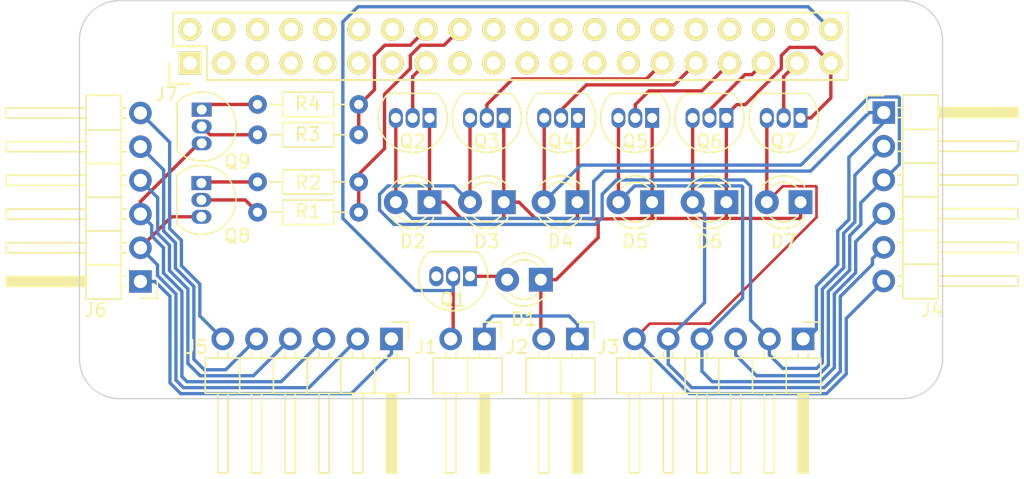
<source format=kicad_pcb>
(kicad_pcb (version 20171130) (host pcbnew "(5.1.5)-3")

  (general
    (thickness 1.6)
    (drawings 8)
    (tracks 287)
    (zones 0)
    (modules 31)
    (nets 60)
  )

  (page A4)
  (layers
    (0 F.Cu signal)
    (31 B.Cu signal)
    (34 B.Paste user)
    (35 F.Paste user)
    (36 B.SilkS user)
    (37 F.SilkS user)
    (38 B.Mask user)
    (39 F.Mask user)
    (40 Dwgs.User user)
    (41 Cmts.User user)
    (44 Edge.Cuts user)
    (45 Margin user)
    (46 B.CrtYd user)
    (47 F.CrtYd user hide)
    (48 B.Fab user)
    (49 F.Fab user hide)
  )

  (setup
    (last_trace_width 0.254)
    (trace_clearance 0.0254)
    (zone_clearance 0.508)
    (zone_45_only no)
    (trace_min 0.006)
    (via_size 0.508)
    (via_drill 0.254)
    (via_min_size 0.02)
    (via_min_drill 0.01)
    (uvia_size 0.508)
    (uvia_drill 0.254)
    (uvias_allowed no)
    (uvia_min_size 0.02)
    (uvia_min_drill 0.01)
    (edge_width 0.1)
    (segment_width 0.2)
    (pcb_text_width 0.3)
    (pcb_text_size 1.5 1.5)
    (mod_edge_width 0.15)
    (mod_text_size 1 1)
    (mod_text_width 0.15)
    (pad_size 2.75 2.75)
    (pad_drill 2.75)
    (pad_to_mask_clearance 0.0508)
    (aux_axis_origin 0 0)
    (visible_elements 7FFFFFFF)
    (pcbplotparams
      (layerselection 0x010f0_ffffffff)
      (usegerberextensions true)
      (usegerberattributes false)
      (usegerberadvancedattributes false)
      (creategerberjobfile false)
      (excludeedgelayer true)
      (linewidth 0.100000)
      (plotframeref false)
      (viasonmask false)
      (mode 1)
      (useauxorigin false)
      (hpglpennumber 1)
      (hpglpenspeed 20)
      (hpglpendiameter 15.000000)
      (psnegative false)
      (psa4output false)
      (plotreference true)
      (plotvalue true)
      (plotinvisibletext false)
      (padsonsilk false)
      (subtractmaskfromsilk false)
      (outputformat 1)
      (mirror false)
      (drillshape 0)
      (scaleselection 1)
      (outputdirectory "meta/rpi_zero_hat_gbr/"))
  )

  (net 0 "")
  (net 1 "Net-(J1-Pad2)")
  (net 2 "Net-(D1-Pad2)")
  (net 3 GND)
  (net 4 "Net-(D2-Pad2)")
  (net 5 "Net-(D5-Pad2)")
  (net 6 "Net-(D6-Pad2)")
  (net 7 "Net-(D7-Pad2)")
  (net 8 +5V)
  (net 9 "Net-(J5-Pad6)")
  (net 10 "Net-(J5-Pad5)")
  (net 11 "Net-(J5-Pad4)")
  (net 12 "Net-(J5-Pad3)")
  (net 13 "Net-(J5-Pad2)")
  (net 14 "Net-(J5-Pad1)")
  (net 15 "Net-(Q1-Pad3)")
  (net 16 "Net-(Q8-Pad2)")
  (net 17 "Net-(Q9-Pad2)")
  (net 18 "Net-(D3-Pad2)")
  (net 19 "Net-(D4-Pad2)")
  (net 20 "Net-(J7-Pad38)")
  (net 21 "Net-(J7-Pad37)")
  (net 22 "Net-(J7-Pad36)")
  (net 23 "Net-(J7-Pad35)")
  (net 24 "Net-(J7-Pad34)")
  (net 25 "Net-(J7-Pad33)")
  (net 26 "Net-(J7-Pad32)")
  (net 27 "Net-(J7-Pad31)")
  (net 28 "Net-(J7-Pad30)")
  (net 29 "Net-(J7-Pad29)")
  (net 30 "Net-(J7-Pad28)")
  (net 31 "Net-(J7-Pad27)")
  (net 32 "Net-(J7-Pad26)")
  (net 33 "Net-(J7-Pad25)")
  (net 34 "Net-(J7-Pad24)")
  (net 35 "Net-(J7-Pad23)")
  (net 36 "Net-(J7-Pad22)")
  (net 37 "Net-(J7-Pad21)")
  (net 38 "Net-(J7-Pad20)")
  (net 39 "Net-(J7-Pad19)")
  (net 40 "Net-(J7-Pad18)")
  (net 41 "Net-(J7-Pad17)")
  (net 42 "Net-(J7-Pad16)")
  (net 43 "Net-(J7-Pad15)")
  (net 44 "Net-(J7-Pad14)")
  (net 45 "Net-(J7-Pad13)")
  (net 46 "Net-(J7-Pad12)")
  (net 47 "Net-(J7-Pad11)")
  (net 48 "Net-(J7-Pad10)")
  (net 49 "Net-(J7-Pad9)")
  (net 50 "Net-(J7-Pad8)")
  (net 51 "Net-(J7-Pad7)")
  (net 52 "Net-(J7-Pad6)")
  (net 53 "Net-(J7-Pad5)")
  (net 54 "Net-(J7-Pad4)")
  (net 55 "Net-(J7-Pad3)")
  (net 56 "Net-(J7-Pad2)")
  (net 57 "Net-(J7-Pad1)")
  (net 58 "Net-(Q8-Pad1)")
  (net 59 "Net-(Q9-Pad1)")

  (net_class Default "This is the default net class."
    (clearance 0.0254)
    (trace_width 0.254)
    (via_dia 0.508)
    (via_drill 0.254)
    (uvia_dia 0.508)
    (uvia_drill 0.254)
    (diff_pair_width 0.254)
    (diff_pair_gap 0.254)
    (add_net +5V)
    (add_net GND)
    (add_net "Net-(D1-Pad2)")
    (add_net "Net-(D2-Pad2)")
    (add_net "Net-(D3-Pad2)")
    (add_net "Net-(D4-Pad2)")
    (add_net "Net-(D5-Pad2)")
    (add_net "Net-(D6-Pad2)")
    (add_net "Net-(D7-Pad2)")
    (add_net "Net-(J1-Pad2)")
    (add_net "Net-(J5-Pad1)")
    (add_net "Net-(J5-Pad2)")
    (add_net "Net-(J5-Pad3)")
    (add_net "Net-(J5-Pad4)")
    (add_net "Net-(J5-Pad5)")
    (add_net "Net-(J5-Pad6)")
    (add_net "Net-(J7-Pad1)")
    (add_net "Net-(J7-Pad10)")
    (add_net "Net-(J7-Pad11)")
    (add_net "Net-(J7-Pad12)")
    (add_net "Net-(J7-Pad13)")
    (add_net "Net-(J7-Pad14)")
    (add_net "Net-(J7-Pad15)")
    (add_net "Net-(J7-Pad16)")
    (add_net "Net-(J7-Pad17)")
    (add_net "Net-(J7-Pad18)")
    (add_net "Net-(J7-Pad19)")
    (add_net "Net-(J7-Pad2)")
    (add_net "Net-(J7-Pad20)")
    (add_net "Net-(J7-Pad21)")
    (add_net "Net-(J7-Pad22)")
    (add_net "Net-(J7-Pad23)")
    (add_net "Net-(J7-Pad24)")
    (add_net "Net-(J7-Pad25)")
    (add_net "Net-(J7-Pad26)")
    (add_net "Net-(J7-Pad27)")
    (add_net "Net-(J7-Pad28)")
    (add_net "Net-(J7-Pad29)")
    (add_net "Net-(J7-Pad3)")
    (add_net "Net-(J7-Pad30)")
    (add_net "Net-(J7-Pad31)")
    (add_net "Net-(J7-Pad32)")
    (add_net "Net-(J7-Pad33)")
    (add_net "Net-(J7-Pad34)")
    (add_net "Net-(J7-Pad35)")
    (add_net "Net-(J7-Pad36)")
    (add_net "Net-(J7-Pad37)")
    (add_net "Net-(J7-Pad38)")
    (add_net "Net-(J7-Pad4)")
    (add_net "Net-(J7-Pad5)")
    (add_net "Net-(J7-Pad6)")
    (add_net "Net-(J7-Pad7)")
    (add_net "Net-(J7-Pad8)")
    (add_net "Net-(J7-Pad9)")
    (add_net "Net-(Q1-Pad3)")
    (add_net "Net-(Q8-Pad1)")
    (add_net "Net-(Q8-Pad2)")
    (add_net "Net-(Q9-Pad1)")
    (add_net "Net-(Q9-Pad2)")
  )

  (module Package_TO_SOT_THT:TO-92_Inline (layer F.Cu) (tedit 5A1DD157) (tstamp 5E5E057C)
    (at 21.9329 26.50236 270)
    (descr "TO-92 leads in-line, narrow, oval pads, drill 0.75mm (see NXP sot054_po.pdf)")
    (tags "to-92 sc-43 sc-43a sot54 PA33 transistor")
    (path /5E744D5B)
    (fp_text reference Q8 (at 3.97764 -2.7051 180) (layer F.SilkS)
      (effects (font (size 1 1) (thickness 0.15)))
    )
    (fp_text value PN2222A (at 26.3398 2.1971 90) (layer F.Fab)
      (effects (font (size 1 1) (thickness 0.15)))
    )
    (fp_arc (start 1.27 0) (end 1.27 -2.6) (angle 135) (layer F.SilkS) (width 0.12))
    (fp_arc (start 1.27 0) (end 1.27 -2.48) (angle -135) (layer F.Fab) (width 0.1))
    (fp_arc (start 1.27 0) (end 1.27 -2.6) (angle -135) (layer F.SilkS) (width 0.12))
    (fp_arc (start 1.27 0) (end 1.27 -2.48) (angle 135) (layer F.Fab) (width 0.1))
    (fp_line (start 4 2.01) (end -1.46 2.01) (layer F.CrtYd) (width 0.05))
    (fp_line (start 4 2.01) (end 4 -2.73) (layer F.CrtYd) (width 0.05))
    (fp_line (start -1.46 -2.73) (end -1.46 2.01) (layer F.CrtYd) (width 0.05))
    (fp_line (start -1.46 -2.73) (end 4 -2.73) (layer F.CrtYd) (width 0.05))
    (fp_line (start -0.5 1.75) (end 3 1.75) (layer F.Fab) (width 0.1))
    (fp_line (start -0.53 1.85) (end 3.07 1.85) (layer F.SilkS) (width 0.12))
    (fp_text user %R (at 1.27 -3.56 90) (layer F.Fab)
      (effects (font (size 1 1) (thickness 0.15)))
    )
    (pad 1 thru_hole rect (at 0 0 270) (size 1.05 1.5) (drill 0.75) (layers *.Cu *.Mask)
      (net 58 "Net-(Q8-Pad1)"))
    (pad 3 thru_hole oval (at 2.54 0 270) (size 1.05 1.5) (drill 0.75) (layers *.Cu *.Mask)
      (net 13 "Net-(J5-Pad2)"))
    (pad 2 thru_hole oval (at 1.27 0 270) (size 1.05 1.5) (drill 0.75) (layers *.Cu *.Mask)
      (net 16 "Net-(Q8-Pad2)"))
    (model ${KISYS3DMOD}/Package_TO_SOT_THT.3dshapes/TO-92_Inline.wrl
      (at (xyz 0 0 0))
      (scale (xyz 1 1 1))
      (rotate (xyz 0 0 0))
    )
  )

  (module Package_TO_SOT_THT:TO-92_Inline (layer F.Cu) (tedit 5A1DD157) (tstamp 5E5E5D40)
    (at 61.468 21.59 180)
    (descr "TO-92 leads in-line, narrow, oval pads, drill 0.75mm (see NXP sot054_po.pdf)")
    (tags "to-92 sc-43 sc-43a sot54 PA33 transistor")
    (path /5E5D3B60)
    (fp_text reference Q6 (at 1.27 -1.782) (layer F.SilkS)
      (effects (font (size 1 1) (thickness 0.15)))
    )
    (fp_text value PN2222A (at 24.7396 -3.1877) (layer F.Fab)
      (effects (font (size 1 1) (thickness 0.15)))
    )
    (fp_arc (start 1.27 0) (end 1.27 -2.6) (angle 135) (layer F.SilkS) (width 0.12))
    (fp_arc (start 1.27 0) (end 1.27 -2.48) (angle -135) (layer F.Fab) (width 0.1))
    (fp_arc (start 1.27 0) (end 1.27 -2.6) (angle -135) (layer F.SilkS) (width 0.12))
    (fp_arc (start 1.27 0) (end 1.27 -2.48) (angle 135) (layer F.Fab) (width 0.1))
    (fp_line (start 4 2.01) (end -1.46 2.01) (layer F.CrtYd) (width 0.05))
    (fp_line (start 4 2.01) (end 4 -2.73) (layer F.CrtYd) (width 0.05))
    (fp_line (start -1.46 -2.73) (end -1.46 2.01) (layer F.CrtYd) (width 0.05))
    (fp_line (start -1.46 -2.73) (end 4 -2.73) (layer F.CrtYd) (width 0.05))
    (fp_line (start -0.5 1.75) (end 3 1.75) (layer F.Fab) (width 0.1))
    (fp_line (start -0.53 1.85) (end 3.07 1.85) (layer F.SilkS) (width 0.12))
    (fp_text user %R (at 1.27 -3.56) (layer F.Fab)
      (effects (font (size 1 1) (thickness 0.15)))
    )
    (pad 1 thru_hole rect (at 0 0 180) (size 1.05 1.5) (drill 0.75) (layers *.Cu *.Mask)
      (net 3 GND))
    (pad 3 thru_hole oval (at 2.54 0 180) (size 1.05 1.5) (drill 0.75) (layers *.Cu *.Mask)
      (net 6 "Net-(D6-Pad2)"))
    (pad 2 thru_hole oval (at 1.27 0 180) (size 1.05 1.5) (drill 0.75) (layers *.Cu *.Mask)
      (net 23 "Net-(J7-Pad35)"))
    (model ${KISYS3DMOD}/Package_TO_SOT_THT.3dshapes/TO-92_Inline.wrl
      (at (xyz 0 0 0))
      (scale (xyz 1 1 1))
      (rotate (xyz 0 0 0))
    )
  )

  (module Connector_PinHeader_2.54mm:PinHeader_1x06_P2.54mm_Horizontal (layer F.Cu) (tedit 59FED5CB) (tstamp 5E5E6393)
    (at 36.24892 38.24996 270)
    (descr "Through hole angled pin header, 1x06, 2.54mm pitch, 6mm pin length, single row")
    (tags "Through hole angled pin header THT 1x06 2.54mm single row")
    (path /5E5BC209)
    (fp_text reference J5 (at 0.61204 14.65892 180) (layer F.SilkS)
      (effects (font (size 1 1) (thickness 0.15)))
    )
    (fp_text value Conn_01x06_Male (at 4.385 14.97 90) (layer F.Fab)
      (effects (font (size 1 1) (thickness 0.15)))
    )
    (fp_text user %R (at 2.77 6.35) (layer F.Fab)
      (effects (font (size 1 1) (thickness 0.15)))
    )
    (fp_line (start 10.55 -1.8) (end -1.8 -1.8) (layer F.CrtYd) (width 0.05))
    (fp_line (start 10.55 14.5) (end 10.55 -1.8) (layer F.CrtYd) (width 0.05))
    (fp_line (start -1.8 14.5) (end 10.55 14.5) (layer F.CrtYd) (width 0.05))
    (fp_line (start -1.8 -1.8) (end -1.8 14.5) (layer F.CrtYd) (width 0.05))
    (fp_line (start -1.27 -1.27) (end 0 -1.27) (layer F.SilkS) (width 0.12))
    (fp_line (start -1.27 0) (end -1.27 -1.27) (layer F.SilkS) (width 0.12))
    (fp_line (start 1.042929 13.08) (end 1.44 13.08) (layer F.SilkS) (width 0.12))
    (fp_line (start 1.042929 12.32) (end 1.44 12.32) (layer F.SilkS) (width 0.12))
    (fp_line (start 10.1 13.08) (end 4.1 13.08) (layer F.SilkS) (width 0.12))
    (fp_line (start 10.1 12.32) (end 10.1 13.08) (layer F.SilkS) (width 0.12))
    (fp_line (start 4.1 12.32) (end 10.1 12.32) (layer F.SilkS) (width 0.12))
    (fp_line (start 1.44 11.43) (end 4.1 11.43) (layer F.SilkS) (width 0.12))
    (fp_line (start 1.042929 10.54) (end 1.44 10.54) (layer F.SilkS) (width 0.12))
    (fp_line (start 1.042929 9.78) (end 1.44 9.78) (layer F.SilkS) (width 0.12))
    (fp_line (start 10.1 10.54) (end 4.1 10.54) (layer F.SilkS) (width 0.12))
    (fp_line (start 10.1 9.78) (end 10.1 10.54) (layer F.SilkS) (width 0.12))
    (fp_line (start 4.1 9.78) (end 10.1 9.78) (layer F.SilkS) (width 0.12))
    (fp_line (start 1.44 8.89) (end 4.1 8.89) (layer F.SilkS) (width 0.12))
    (fp_line (start 1.042929 8) (end 1.44 8) (layer F.SilkS) (width 0.12))
    (fp_line (start 1.042929 7.24) (end 1.44 7.24) (layer F.SilkS) (width 0.12))
    (fp_line (start 10.1 8) (end 4.1 8) (layer F.SilkS) (width 0.12))
    (fp_line (start 10.1 7.24) (end 10.1 8) (layer F.SilkS) (width 0.12))
    (fp_line (start 4.1 7.24) (end 10.1 7.24) (layer F.SilkS) (width 0.12))
    (fp_line (start 1.44 6.35) (end 4.1 6.35) (layer F.SilkS) (width 0.12))
    (fp_line (start 1.042929 5.46) (end 1.44 5.46) (layer F.SilkS) (width 0.12))
    (fp_line (start 1.042929 4.7) (end 1.44 4.7) (layer F.SilkS) (width 0.12))
    (fp_line (start 10.1 5.46) (end 4.1 5.46) (layer F.SilkS) (width 0.12))
    (fp_line (start 10.1 4.7) (end 10.1 5.46) (layer F.SilkS) (width 0.12))
    (fp_line (start 4.1 4.7) (end 10.1 4.7) (layer F.SilkS) (width 0.12))
    (fp_line (start 1.44 3.81) (end 4.1 3.81) (layer F.SilkS) (width 0.12))
    (fp_line (start 1.042929 2.92) (end 1.44 2.92) (layer F.SilkS) (width 0.12))
    (fp_line (start 1.042929 2.16) (end 1.44 2.16) (layer F.SilkS) (width 0.12))
    (fp_line (start 10.1 2.92) (end 4.1 2.92) (layer F.SilkS) (width 0.12))
    (fp_line (start 10.1 2.16) (end 10.1 2.92) (layer F.SilkS) (width 0.12))
    (fp_line (start 4.1 2.16) (end 10.1 2.16) (layer F.SilkS) (width 0.12))
    (fp_line (start 1.44 1.27) (end 4.1 1.27) (layer F.SilkS) (width 0.12))
    (fp_line (start 1.11 0.38) (end 1.44 0.38) (layer F.SilkS) (width 0.12))
    (fp_line (start 1.11 -0.38) (end 1.44 -0.38) (layer F.SilkS) (width 0.12))
    (fp_line (start 4.1 0.28) (end 10.1 0.28) (layer F.SilkS) (width 0.12))
    (fp_line (start 4.1 0.16) (end 10.1 0.16) (layer F.SilkS) (width 0.12))
    (fp_line (start 4.1 0.04) (end 10.1 0.04) (layer F.SilkS) (width 0.12))
    (fp_line (start 4.1 -0.08) (end 10.1 -0.08) (layer F.SilkS) (width 0.12))
    (fp_line (start 4.1 -0.2) (end 10.1 -0.2) (layer F.SilkS) (width 0.12))
    (fp_line (start 4.1 -0.32) (end 10.1 -0.32) (layer F.SilkS) (width 0.12))
    (fp_line (start 10.1 0.38) (end 4.1 0.38) (layer F.SilkS) (width 0.12))
    (fp_line (start 10.1 -0.38) (end 10.1 0.38) (layer F.SilkS) (width 0.12))
    (fp_line (start 4.1 -0.38) (end 10.1 -0.38) (layer F.SilkS) (width 0.12))
    (fp_line (start 4.1 -1.33) (end 1.44 -1.33) (layer F.SilkS) (width 0.12))
    (fp_line (start 4.1 14.03) (end 4.1 -1.33) (layer F.SilkS) (width 0.12))
    (fp_line (start 1.44 14.03) (end 4.1 14.03) (layer F.SilkS) (width 0.12))
    (fp_line (start 1.44 -1.33) (end 1.44 14.03) (layer F.SilkS) (width 0.12))
    (fp_line (start 4.04 13.02) (end 10.04 13.02) (layer F.Fab) (width 0.1))
    (fp_line (start 10.04 12.38) (end 10.04 13.02) (layer F.Fab) (width 0.1))
    (fp_line (start 4.04 12.38) (end 10.04 12.38) (layer F.Fab) (width 0.1))
    (fp_line (start -0.32 13.02) (end 1.5 13.02) (layer F.Fab) (width 0.1))
    (fp_line (start -0.32 12.38) (end -0.32 13.02) (layer F.Fab) (width 0.1))
    (fp_line (start -0.32 12.38) (end 1.5 12.38) (layer F.Fab) (width 0.1))
    (fp_line (start 4.04 10.48) (end 10.04 10.48) (layer F.Fab) (width 0.1))
    (fp_line (start 10.04 9.84) (end 10.04 10.48) (layer F.Fab) (width 0.1))
    (fp_line (start 4.04 9.84) (end 10.04 9.84) (layer F.Fab) (width 0.1))
    (fp_line (start -0.32 10.48) (end 1.5 10.48) (layer F.Fab) (width 0.1))
    (fp_line (start -0.32 9.84) (end -0.32 10.48) (layer F.Fab) (width 0.1))
    (fp_line (start -0.32 9.84) (end 1.5 9.84) (layer F.Fab) (width 0.1))
    (fp_line (start 4.04 7.94) (end 10.04 7.94) (layer F.Fab) (width 0.1))
    (fp_line (start 10.04 7.3) (end 10.04 7.94) (layer F.Fab) (width 0.1))
    (fp_line (start 4.04 7.3) (end 10.04 7.3) (layer F.Fab) (width 0.1))
    (fp_line (start -0.32 7.94) (end 1.5 7.94) (layer F.Fab) (width 0.1))
    (fp_line (start -0.32 7.3) (end -0.32 7.94) (layer F.Fab) (width 0.1))
    (fp_line (start -0.32 7.3) (end 1.5 7.3) (layer F.Fab) (width 0.1))
    (fp_line (start 4.04 5.4) (end 10.04 5.4) (layer F.Fab) (width 0.1))
    (fp_line (start 10.04 4.76) (end 10.04 5.4) (layer F.Fab) (width 0.1))
    (fp_line (start 4.04 4.76) (end 10.04 4.76) (layer F.Fab) (width 0.1))
    (fp_line (start -0.32 5.4) (end 1.5 5.4) (layer F.Fab) (width 0.1))
    (fp_line (start -0.32 4.76) (end -0.32 5.4) (layer F.Fab) (width 0.1))
    (fp_line (start -0.32 4.76) (end 1.5 4.76) (layer F.Fab) (width 0.1))
    (fp_line (start 4.04 2.86) (end 10.04 2.86) (layer F.Fab) (width 0.1))
    (fp_line (start 10.04 2.22) (end 10.04 2.86) (layer F.Fab) (width 0.1))
    (fp_line (start 4.04 2.22) (end 10.04 2.22) (layer F.Fab) (width 0.1))
    (fp_line (start -0.32 2.86) (end 1.5 2.86) (layer F.Fab) (width 0.1))
    (fp_line (start -0.32 2.22) (end -0.32 2.86) (layer F.Fab) (width 0.1))
    (fp_line (start -0.32 2.22) (end 1.5 2.22) (layer F.Fab) (width 0.1))
    (fp_line (start 4.04 0.32) (end 10.04 0.32) (layer F.Fab) (width 0.1))
    (fp_line (start 10.04 -0.32) (end 10.04 0.32) (layer F.Fab) (width 0.1))
    (fp_line (start 4.04 -0.32) (end 10.04 -0.32) (layer F.Fab) (width 0.1))
    (fp_line (start -0.32 0.32) (end 1.5 0.32) (layer F.Fab) (width 0.1))
    (fp_line (start -0.32 -0.32) (end -0.32 0.32) (layer F.Fab) (width 0.1))
    (fp_line (start -0.32 -0.32) (end 1.5 -0.32) (layer F.Fab) (width 0.1))
    (fp_line (start 1.5 -0.635) (end 2.135 -1.27) (layer F.Fab) (width 0.1))
    (fp_line (start 1.5 13.97) (end 1.5 -0.635) (layer F.Fab) (width 0.1))
    (fp_line (start 4.04 13.97) (end 1.5 13.97) (layer F.Fab) (width 0.1))
    (fp_line (start 4.04 -1.27) (end 4.04 13.97) (layer F.Fab) (width 0.1))
    (fp_line (start 2.135 -1.27) (end 4.04 -1.27) (layer F.Fab) (width 0.1))
    (pad 6 thru_hole oval (at 0 12.7 270) (size 1.7 1.7) (drill 1) (layers *.Cu *.Mask)
      (net 9 "Net-(J5-Pad6)"))
    (pad 5 thru_hole oval (at 0 10.16 270) (size 1.7 1.7) (drill 1) (layers *.Cu *.Mask)
      (net 10 "Net-(J5-Pad5)"))
    (pad 4 thru_hole oval (at 0 7.62 270) (size 1.7 1.7) (drill 1) (layers *.Cu *.Mask)
      (net 11 "Net-(J5-Pad4)"))
    (pad 3 thru_hole oval (at 0 5.08 270) (size 1.7 1.7) (drill 1) (layers *.Cu *.Mask)
      (net 12 "Net-(J5-Pad3)"))
    (pad 2 thru_hole oval (at 0 2.54 270) (size 1.7 1.7) (drill 1) (layers *.Cu *.Mask)
      (net 13 "Net-(J5-Pad2)"))
    (pad 1 thru_hole rect (at 0 0 270) (size 1.7 1.7) (drill 1) (layers *.Cu *.Mask)
      (net 14 "Net-(J5-Pad1)"))
    (model ${KISYS3DMOD}/Connector_PinHeader_2.54mm.3dshapes/PinHeader_1x06_P2.54mm_Horizontal.wrl
      (at (xyz 0 0 0))
      (scale (xyz 1 1 1))
      (rotate (xyz 0 0 0))
    )
  )

  (module Connector_PinHeader_2.54mm:PinHeader_1x06_P2.54mm_Horizontal (layer F.Cu) (tedit 59FED5CB) (tstamp 5E5E01C9)
    (at 17.34312 33.91916 180)
    (descr "Through hole angled pin header, 1x06, 2.54mm pitch, 6mm pin length, single row")
    (tags "Through hole angled pin header THT 1x06 2.54mm single row")
    (path /5E5BCC50)
    (fp_text reference J6 (at 3.37312 -2.14884) (layer F.SilkS)
      (effects (font (size 1 1) (thickness 0.15)))
    )
    (fp_text value Conn_01x06_Male (at 4.385 14.97) (layer F.Fab)
      (effects (font (size 1 1) (thickness 0.15)))
    )
    (fp_text user %R (at 2.77 6.35 90) (layer F.Fab)
      (effects (font (size 1 1) (thickness 0.15)))
    )
    (fp_line (start 10.55 -1.8) (end -1.8 -1.8) (layer F.CrtYd) (width 0.05))
    (fp_line (start 10.55 14.5) (end 10.55 -1.8) (layer F.CrtYd) (width 0.05))
    (fp_line (start -1.8 14.5) (end 10.55 14.5) (layer F.CrtYd) (width 0.05))
    (fp_line (start -1.8 -1.8) (end -1.8 14.5) (layer F.CrtYd) (width 0.05))
    (fp_line (start -1.27 -1.27) (end 0 -1.27) (layer F.SilkS) (width 0.12))
    (fp_line (start -1.27 0) (end -1.27 -1.27) (layer F.SilkS) (width 0.12))
    (fp_line (start 1.042929 13.08) (end 1.44 13.08) (layer F.SilkS) (width 0.12))
    (fp_line (start 1.042929 12.32) (end 1.44 12.32) (layer F.SilkS) (width 0.12))
    (fp_line (start 10.1 13.08) (end 4.1 13.08) (layer F.SilkS) (width 0.12))
    (fp_line (start 10.1 12.32) (end 10.1 13.08) (layer F.SilkS) (width 0.12))
    (fp_line (start 4.1 12.32) (end 10.1 12.32) (layer F.SilkS) (width 0.12))
    (fp_line (start 1.44 11.43) (end 4.1 11.43) (layer F.SilkS) (width 0.12))
    (fp_line (start 1.042929 10.54) (end 1.44 10.54) (layer F.SilkS) (width 0.12))
    (fp_line (start 1.042929 9.78) (end 1.44 9.78) (layer F.SilkS) (width 0.12))
    (fp_line (start 10.1 10.54) (end 4.1 10.54) (layer F.SilkS) (width 0.12))
    (fp_line (start 10.1 9.78) (end 10.1 10.54) (layer F.SilkS) (width 0.12))
    (fp_line (start 4.1 9.78) (end 10.1 9.78) (layer F.SilkS) (width 0.12))
    (fp_line (start 1.44 8.89) (end 4.1 8.89) (layer F.SilkS) (width 0.12))
    (fp_line (start 1.042929 8) (end 1.44 8) (layer F.SilkS) (width 0.12))
    (fp_line (start 1.042929 7.24) (end 1.44 7.24) (layer F.SilkS) (width 0.12))
    (fp_line (start 10.1 8) (end 4.1 8) (layer F.SilkS) (width 0.12))
    (fp_line (start 10.1 7.24) (end 10.1 8) (layer F.SilkS) (width 0.12))
    (fp_line (start 4.1 7.24) (end 10.1 7.24) (layer F.SilkS) (width 0.12))
    (fp_line (start 1.44 6.35) (end 4.1 6.35) (layer F.SilkS) (width 0.12))
    (fp_line (start 1.042929 5.46) (end 1.44 5.46) (layer F.SilkS) (width 0.12))
    (fp_line (start 1.042929 4.7) (end 1.44 4.7) (layer F.SilkS) (width 0.12))
    (fp_line (start 10.1 5.46) (end 4.1 5.46) (layer F.SilkS) (width 0.12))
    (fp_line (start 10.1 4.7) (end 10.1 5.46) (layer F.SilkS) (width 0.12))
    (fp_line (start 4.1 4.7) (end 10.1 4.7) (layer F.SilkS) (width 0.12))
    (fp_line (start 1.44 3.81) (end 4.1 3.81) (layer F.SilkS) (width 0.12))
    (fp_line (start 1.042929 2.92) (end 1.44 2.92) (layer F.SilkS) (width 0.12))
    (fp_line (start 1.042929 2.16) (end 1.44 2.16) (layer F.SilkS) (width 0.12))
    (fp_line (start 10.1 2.92) (end 4.1 2.92) (layer F.SilkS) (width 0.12))
    (fp_line (start 10.1 2.16) (end 10.1 2.92) (layer F.SilkS) (width 0.12))
    (fp_line (start 4.1 2.16) (end 10.1 2.16) (layer F.SilkS) (width 0.12))
    (fp_line (start 1.44 1.27) (end 4.1 1.27) (layer F.SilkS) (width 0.12))
    (fp_line (start 1.11 0.38) (end 1.44 0.38) (layer F.SilkS) (width 0.12))
    (fp_line (start 1.11 -0.38) (end 1.44 -0.38) (layer F.SilkS) (width 0.12))
    (fp_line (start 4.1 0.28) (end 10.1 0.28) (layer F.SilkS) (width 0.12))
    (fp_line (start 4.1 0.16) (end 10.1 0.16) (layer F.SilkS) (width 0.12))
    (fp_line (start 4.1 0.04) (end 10.1 0.04) (layer F.SilkS) (width 0.12))
    (fp_line (start 4.1 -0.08) (end 10.1 -0.08) (layer F.SilkS) (width 0.12))
    (fp_line (start 4.1 -0.2) (end 10.1 -0.2) (layer F.SilkS) (width 0.12))
    (fp_line (start 4.1 -0.32) (end 10.1 -0.32) (layer F.SilkS) (width 0.12))
    (fp_line (start 10.1 0.38) (end 4.1 0.38) (layer F.SilkS) (width 0.12))
    (fp_line (start 10.1 -0.38) (end 10.1 0.38) (layer F.SilkS) (width 0.12))
    (fp_line (start 4.1 -0.38) (end 10.1 -0.38) (layer F.SilkS) (width 0.12))
    (fp_line (start 4.1 -1.33) (end 1.44 -1.33) (layer F.SilkS) (width 0.12))
    (fp_line (start 4.1 14.03) (end 4.1 -1.33) (layer F.SilkS) (width 0.12))
    (fp_line (start 1.44 14.03) (end 4.1 14.03) (layer F.SilkS) (width 0.12))
    (fp_line (start 1.44 -1.33) (end 1.44 14.03) (layer F.SilkS) (width 0.12))
    (fp_line (start 4.04 13.02) (end 10.04 13.02) (layer F.Fab) (width 0.1))
    (fp_line (start 10.04 12.38) (end 10.04 13.02) (layer F.Fab) (width 0.1))
    (fp_line (start 4.04 12.38) (end 10.04 12.38) (layer F.Fab) (width 0.1))
    (fp_line (start -0.32 13.02) (end 1.5 13.02) (layer F.Fab) (width 0.1))
    (fp_line (start -0.32 12.38) (end -0.32 13.02) (layer F.Fab) (width 0.1))
    (fp_line (start -0.32 12.38) (end 1.5 12.38) (layer F.Fab) (width 0.1))
    (fp_line (start 4.04 10.48) (end 10.04 10.48) (layer F.Fab) (width 0.1))
    (fp_line (start 10.04 9.84) (end 10.04 10.48) (layer F.Fab) (width 0.1))
    (fp_line (start 4.04 9.84) (end 10.04 9.84) (layer F.Fab) (width 0.1))
    (fp_line (start -0.32 10.48) (end 1.5 10.48) (layer F.Fab) (width 0.1))
    (fp_line (start -0.32 9.84) (end -0.32 10.48) (layer F.Fab) (width 0.1))
    (fp_line (start -0.32 9.84) (end 1.5 9.84) (layer F.Fab) (width 0.1))
    (fp_line (start 4.04 7.94) (end 10.04 7.94) (layer F.Fab) (width 0.1))
    (fp_line (start 10.04 7.3) (end 10.04 7.94) (layer F.Fab) (width 0.1))
    (fp_line (start 4.04 7.3) (end 10.04 7.3) (layer F.Fab) (width 0.1))
    (fp_line (start -0.32 7.94) (end 1.5 7.94) (layer F.Fab) (width 0.1))
    (fp_line (start -0.32 7.3) (end -0.32 7.94) (layer F.Fab) (width 0.1))
    (fp_line (start -0.32 7.3) (end 1.5 7.3) (layer F.Fab) (width 0.1))
    (fp_line (start 4.04 5.4) (end 10.04 5.4) (layer F.Fab) (width 0.1))
    (fp_line (start 10.04 4.76) (end 10.04 5.4) (layer F.Fab) (width 0.1))
    (fp_line (start 4.04 4.76) (end 10.04 4.76) (layer F.Fab) (width 0.1))
    (fp_line (start -0.32 5.4) (end 1.5 5.4) (layer F.Fab) (width 0.1))
    (fp_line (start -0.32 4.76) (end -0.32 5.4) (layer F.Fab) (width 0.1))
    (fp_line (start -0.32 4.76) (end 1.5 4.76) (layer F.Fab) (width 0.1))
    (fp_line (start 4.04 2.86) (end 10.04 2.86) (layer F.Fab) (width 0.1))
    (fp_line (start 10.04 2.22) (end 10.04 2.86) (layer F.Fab) (width 0.1))
    (fp_line (start 4.04 2.22) (end 10.04 2.22) (layer F.Fab) (width 0.1))
    (fp_line (start -0.32 2.86) (end 1.5 2.86) (layer F.Fab) (width 0.1))
    (fp_line (start -0.32 2.22) (end -0.32 2.86) (layer F.Fab) (width 0.1))
    (fp_line (start -0.32 2.22) (end 1.5 2.22) (layer F.Fab) (width 0.1))
    (fp_line (start 4.04 0.32) (end 10.04 0.32) (layer F.Fab) (width 0.1))
    (fp_line (start 10.04 -0.32) (end 10.04 0.32) (layer F.Fab) (width 0.1))
    (fp_line (start 4.04 -0.32) (end 10.04 -0.32) (layer F.Fab) (width 0.1))
    (fp_line (start -0.32 0.32) (end 1.5 0.32) (layer F.Fab) (width 0.1))
    (fp_line (start -0.32 -0.32) (end -0.32 0.32) (layer F.Fab) (width 0.1))
    (fp_line (start -0.32 -0.32) (end 1.5 -0.32) (layer F.Fab) (width 0.1))
    (fp_line (start 1.5 -0.635) (end 2.135 -1.27) (layer F.Fab) (width 0.1))
    (fp_line (start 1.5 13.97) (end 1.5 -0.635) (layer F.Fab) (width 0.1))
    (fp_line (start 4.04 13.97) (end 1.5 13.97) (layer F.Fab) (width 0.1))
    (fp_line (start 4.04 -1.27) (end 4.04 13.97) (layer F.Fab) (width 0.1))
    (fp_line (start 2.135 -1.27) (end 4.04 -1.27) (layer F.Fab) (width 0.1))
    (pad 6 thru_hole oval (at 0 12.7 180) (size 1.7 1.7) (drill 1) (layers *.Cu *.Mask)
      (net 9 "Net-(J5-Pad6)"))
    (pad 5 thru_hole oval (at 0 10.16 180) (size 1.7 1.7) (drill 1) (layers *.Cu *.Mask)
      (net 10 "Net-(J5-Pad5)"))
    (pad 4 thru_hole oval (at 0 7.62 180) (size 1.7 1.7) (drill 1) (layers *.Cu *.Mask)
      (net 11 "Net-(J5-Pad4)"))
    (pad 3 thru_hole oval (at 0 5.08 180) (size 1.7 1.7) (drill 1) (layers *.Cu *.Mask)
      (net 12 "Net-(J5-Pad3)"))
    (pad 2 thru_hole oval (at 0 2.54 180) (size 1.7 1.7) (drill 1) (layers *.Cu *.Mask)
      (net 13 "Net-(J5-Pad2)"))
    (pad 1 thru_hole rect (at 0 0 180) (size 1.7 1.7) (drill 1) (layers *.Cu *.Mask)
      (net 14 "Net-(J5-Pad1)"))
    (model ${KISYS3DMOD}/Connector_PinHeader_2.54mm.3dshapes/PinHeader_1x06_P2.54mm_Horizontal.wrl
      (at (xyz 0 0 0))
      (scale (xyz 1 1 1))
      (rotate (xyz 0 0 0))
    )
  )

  (module Connector_PinHeader_2.54mm:PinHeader_1x06_P2.54mm_Horizontal (layer F.Cu) (tedit 59FED5CB) (tstamp 5E5C0F4F)
    (at 73.32218 21.18614)
    (descr "Through hole angled pin header, 1x06, 2.54mm pitch, 6mm pin length, single row")
    (tags "Through hole angled pin header THT 1x06 2.54mm single row")
    (path /5E5C0128)
    (fp_text reference J4 (at 3.63982 14.88186) (layer F.SilkS)
      (effects (font (size 1 1) (thickness 0.15)))
    )
    (fp_text value Conn_01x06_Male (at 4.385 14.97) (layer F.Fab)
      (effects (font (size 1 1) (thickness 0.15)))
    )
    (fp_text user %R (at 2.77 6.35 90) (layer F.Fab)
      (effects (font (size 1 1) (thickness 0.15)))
    )
    (fp_line (start 10.55 -1.8) (end -1.8 -1.8) (layer F.CrtYd) (width 0.05))
    (fp_line (start 10.55 14.5) (end 10.55 -1.8) (layer F.CrtYd) (width 0.05))
    (fp_line (start -1.8 14.5) (end 10.55 14.5) (layer F.CrtYd) (width 0.05))
    (fp_line (start -1.8 -1.8) (end -1.8 14.5) (layer F.CrtYd) (width 0.05))
    (fp_line (start -1.27 -1.27) (end 0 -1.27) (layer F.SilkS) (width 0.12))
    (fp_line (start -1.27 0) (end -1.27 -1.27) (layer F.SilkS) (width 0.12))
    (fp_line (start 1.042929 13.08) (end 1.44 13.08) (layer F.SilkS) (width 0.12))
    (fp_line (start 1.042929 12.32) (end 1.44 12.32) (layer F.SilkS) (width 0.12))
    (fp_line (start 10.1 13.08) (end 4.1 13.08) (layer F.SilkS) (width 0.12))
    (fp_line (start 10.1 12.32) (end 10.1 13.08) (layer F.SilkS) (width 0.12))
    (fp_line (start 4.1 12.32) (end 10.1 12.32) (layer F.SilkS) (width 0.12))
    (fp_line (start 1.44 11.43) (end 4.1 11.43) (layer F.SilkS) (width 0.12))
    (fp_line (start 1.042929 10.54) (end 1.44 10.54) (layer F.SilkS) (width 0.12))
    (fp_line (start 1.042929 9.78) (end 1.44 9.78) (layer F.SilkS) (width 0.12))
    (fp_line (start 10.1 10.54) (end 4.1 10.54) (layer F.SilkS) (width 0.12))
    (fp_line (start 10.1 9.78) (end 10.1 10.54) (layer F.SilkS) (width 0.12))
    (fp_line (start 4.1 9.78) (end 10.1 9.78) (layer F.SilkS) (width 0.12))
    (fp_line (start 1.44 8.89) (end 4.1 8.89) (layer F.SilkS) (width 0.12))
    (fp_line (start 1.042929 8) (end 1.44 8) (layer F.SilkS) (width 0.12))
    (fp_line (start 1.042929 7.24) (end 1.44 7.24) (layer F.SilkS) (width 0.12))
    (fp_line (start 10.1 8) (end 4.1 8) (layer F.SilkS) (width 0.12))
    (fp_line (start 10.1 7.24) (end 10.1 8) (layer F.SilkS) (width 0.12))
    (fp_line (start 4.1 7.24) (end 10.1 7.24) (layer F.SilkS) (width 0.12))
    (fp_line (start 1.44 6.35) (end 4.1 6.35) (layer F.SilkS) (width 0.12))
    (fp_line (start 1.042929 5.46) (end 1.44 5.46) (layer F.SilkS) (width 0.12))
    (fp_line (start 1.042929 4.7) (end 1.44 4.7) (layer F.SilkS) (width 0.12))
    (fp_line (start 10.1 5.46) (end 4.1 5.46) (layer F.SilkS) (width 0.12))
    (fp_line (start 10.1 4.7) (end 10.1 5.46) (layer F.SilkS) (width 0.12))
    (fp_line (start 4.1 4.7) (end 10.1 4.7) (layer F.SilkS) (width 0.12))
    (fp_line (start 1.44 3.81) (end 4.1 3.81) (layer F.SilkS) (width 0.12))
    (fp_line (start 1.042929 2.92) (end 1.44 2.92) (layer F.SilkS) (width 0.12))
    (fp_line (start 1.042929 2.16) (end 1.44 2.16) (layer F.SilkS) (width 0.12))
    (fp_line (start 10.1 2.92) (end 4.1 2.92) (layer F.SilkS) (width 0.12))
    (fp_line (start 10.1 2.16) (end 10.1 2.92) (layer F.SilkS) (width 0.12))
    (fp_line (start 4.1 2.16) (end 10.1 2.16) (layer F.SilkS) (width 0.12))
    (fp_line (start 1.44 1.27) (end 4.1 1.27) (layer F.SilkS) (width 0.12))
    (fp_line (start 1.11 0.38) (end 1.44 0.38) (layer F.SilkS) (width 0.12))
    (fp_line (start 1.11 -0.38) (end 1.44 -0.38) (layer F.SilkS) (width 0.12))
    (fp_line (start 4.1 0.28) (end 10.1 0.28) (layer F.SilkS) (width 0.12))
    (fp_line (start 4.1 0.16) (end 10.1 0.16) (layer F.SilkS) (width 0.12))
    (fp_line (start 4.1 0.04) (end 10.1 0.04) (layer F.SilkS) (width 0.12))
    (fp_line (start 4.1 -0.08) (end 10.1 -0.08) (layer F.SilkS) (width 0.12))
    (fp_line (start 4.1 -0.2) (end 10.1 -0.2) (layer F.SilkS) (width 0.12))
    (fp_line (start 4.1 -0.32) (end 10.1 -0.32) (layer F.SilkS) (width 0.12))
    (fp_line (start 10.1 0.38) (end 4.1 0.38) (layer F.SilkS) (width 0.12))
    (fp_line (start 10.1 -0.38) (end 10.1 0.38) (layer F.SilkS) (width 0.12))
    (fp_line (start 4.1 -0.38) (end 10.1 -0.38) (layer F.SilkS) (width 0.12))
    (fp_line (start 4.1 -1.33) (end 1.44 -1.33) (layer F.SilkS) (width 0.12))
    (fp_line (start 4.1 14.03) (end 4.1 -1.33) (layer F.SilkS) (width 0.12))
    (fp_line (start 1.44 14.03) (end 4.1 14.03) (layer F.SilkS) (width 0.12))
    (fp_line (start 1.44 -1.33) (end 1.44 14.03) (layer F.SilkS) (width 0.12))
    (fp_line (start 4.04 13.02) (end 10.04 13.02) (layer F.Fab) (width 0.1))
    (fp_line (start 10.04 12.38) (end 10.04 13.02) (layer F.Fab) (width 0.1))
    (fp_line (start 4.04 12.38) (end 10.04 12.38) (layer F.Fab) (width 0.1))
    (fp_line (start -0.32 13.02) (end 1.5 13.02) (layer F.Fab) (width 0.1))
    (fp_line (start -0.32 12.38) (end -0.32 13.02) (layer F.Fab) (width 0.1))
    (fp_line (start -0.32 12.38) (end 1.5 12.38) (layer F.Fab) (width 0.1))
    (fp_line (start 4.04 10.48) (end 10.04 10.48) (layer F.Fab) (width 0.1))
    (fp_line (start 10.04 9.84) (end 10.04 10.48) (layer F.Fab) (width 0.1))
    (fp_line (start 4.04 9.84) (end 10.04 9.84) (layer F.Fab) (width 0.1))
    (fp_line (start -0.32 10.48) (end 1.5 10.48) (layer F.Fab) (width 0.1))
    (fp_line (start -0.32 9.84) (end -0.32 10.48) (layer F.Fab) (width 0.1))
    (fp_line (start -0.32 9.84) (end 1.5 9.84) (layer F.Fab) (width 0.1))
    (fp_line (start 4.04 7.94) (end 10.04 7.94) (layer F.Fab) (width 0.1))
    (fp_line (start 10.04 7.3) (end 10.04 7.94) (layer F.Fab) (width 0.1))
    (fp_line (start 4.04 7.3) (end 10.04 7.3) (layer F.Fab) (width 0.1))
    (fp_line (start -0.32 7.94) (end 1.5 7.94) (layer F.Fab) (width 0.1))
    (fp_line (start -0.32 7.3) (end -0.32 7.94) (layer F.Fab) (width 0.1))
    (fp_line (start -0.32 7.3) (end 1.5 7.3) (layer F.Fab) (width 0.1))
    (fp_line (start 4.04 5.4) (end 10.04 5.4) (layer F.Fab) (width 0.1))
    (fp_line (start 10.04 4.76) (end 10.04 5.4) (layer F.Fab) (width 0.1))
    (fp_line (start 4.04 4.76) (end 10.04 4.76) (layer F.Fab) (width 0.1))
    (fp_line (start -0.32 5.4) (end 1.5 5.4) (layer F.Fab) (width 0.1))
    (fp_line (start -0.32 4.76) (end -0.32 5.4) (layer F.Fab) (width 0.1))
    (fp_line (start -0.32 4.76) (end 1.5 4.76) (layer F.Fab) (width 0.1))
    (fp_line (start 4.04 2.86) (end 10.04 2.86) (layer F.Fab) (width 0.1))
    (fp_line (start 10.04 2.22) (end 10.04 2.86) (layer F.Fab) (width 0.1))
    (fp_line (start 4.04 2.22) (end 10.04 2.22) (layer F.Fab) (width 0.1))
    (fp_line (start -0.32 2.86) (end 1.5 2.86) (layer F.Fab) (width 0.1))
    (fp_line (start -0.32 2.22) (end -0.32 2.86) (layer F.Fab) (width 0.1))
    (fp_line (start -0.32 2.22) (end 1.5 2.22) (layer F.Fab) (width 0.1))
    (fp_line (start 4.04 0.32) (end 10.04 0.32) (layer F.Fab) (width 0.1))
    (fp_line (start 10.04 -0.32) (end 10.04 0.32) (layer F.Fab) (width 0.1))
    (fp_line (start 4.04 -0.32) (end 10.04 -0.32) (layer F.Fab) (width 0.1))
    (fp_line (start -0.32 0.32) (end 1.5 0.32) (layer F.Fab) (width 0.1))
    (fp_line (start -0.32 -0.32) (end -0.32 0.32) (layer F.Fab) (width 0.1))
    (fp_line (start -0.32 -0.32) (end 1.5 -0.32) (layer F.Fab) (width 0.1))
    (fp_line (start 1.5 -0.635) (end 2.135 -1.27) (layer F.Fab) (width 0.1))
    (fp_line (start 1.5 13.97) (end 1.5 -0.635) (layer F.Fab) (width 0.1))
    (fp_line (start 4.04 13.97) (end 1.5 13.97) (layer F.Fab) (width 0.1))
    (fp_line (start 4.04 -1.27) (end 4.04 13.97) (layer F.Fab) (width 0.1))
    (fp_line (start 2.135 -1.27) (end 4.04 -1.27) (layer F.Fab) (width 0.1))
    (pad 6 thru_hole oval (at 0 12.7) (size 1.7 1.7) (drill 1) (layers *.Cu *.Mask)
      (net 7 "Net-(D7-Pad2)"))
    (pad 5 thru_hole oval (at 0 10.16) (size 1.7 1.7) (drill 1) (layers *.Cu *.Mask)
      (net 6 "Net-(D6-Pad2)"))
    (pad 4 thru_hole oval (at 0 7.62) (size 1.7 1.7) (drill 1) (layers *.Cu *.Mask)
      (net 5 "Net-(D5-Pad2)"))
    (pad 3 thru_hole oval (at 0 5.08) (size 1.7 1.7) (drill 1) (layers *.Cu *.Mask)
      (net 19 "Net-(D4-Pad2)"))
    (pad 2 thru_hole oval (at 0 2.54) (size 1.7 1.7) (drill 1) (layers *.Cu *.Mask)
      (net 18 "Net-(D3-Pad2)"))
    (pad 1 thru_hole rect (at 0 0) (size 1.7 1.7) (drill 1) (layers *.Cu *.Mask)
      (net 4 "Net-(D2-Pad2)"))
    (model ${KISYS3DMOD}/Connector_PinHeader_2.54mm.3dshapes/PinHeader_1x06_P2.54mm_Horizontal.wrl
      (at (xyz 0 0 0))
      (scale (xyz 1 1 1))
      (rotate (xyz 0 0 0))
    )
  )

  (module Connector_PinHeader_2.54mm:PinHeader_1x02_P2.54mm_Horizontal (layer F.Cu) (tedit 59FED5CB) (tstamp 5E5E02C7)
    (at 50.24892 38.24996 270)
    (descr "Through hole angled pin header, 1x02, 2.54mm pitch, 6mm pin length, single row")
    (tags "Through hole angled pin header THT 1x02 2.54mm single row")
    (path /5E5C1325)
    (fp_text reference J2 (at 0.61204 4.52892 180) (layer F.SilkS)
      (effects (font (size 1 1) (thickness 0.15)))
    )
    (fp_text value Conn_01x02_Male (at 4.385 4.81 90) (layer F.Fab)
      (effects (font (size 1 1) (thickness 0.15)))
    )
    (fp_text user %R (at 2.77 1.27) (layer F.Fab)
      (effects (font (size 1 1) (thickness 0.15)))
    )
    (fp_line (start 10.55 -1.8) (end -1.8 -1.8) (layer F.CrtYd) (width 0.05))
    (fp_line (start 10.55 4.35) (end 10.55 -1.8) (layer F.CrtYd) (width 0.05))
    (fp_line (start -1.8 4.35) (end 10.55 4.35) (layer F.CrtYd) (width 0.05))
    (fp_line (start -1.8 -1.8) (end -1.8 4.35) (layer F.CrtYd) (width 0.05))
    (fp_line (start -1.27 -1.27) (end 0 -1.27) (layer F.SilkS) (width 0.12))
    (fp_line (start -1.27 0) (end -1.27 -1.27) (layer F.SilkS) (width 0.12))
    (fp_line (start 1.042929 2.92) (end 1.44 2.92) (layer F.SilkS) (width 0.12))
    (fp_line (start 1.042929 2.16) (end 1.44 2.16) (layer F.SilkS) (width 0.12))
    (fp_line (start 10.1 2.92) (end 4.1 2.92) (layer F.SilkS) (width 0.12))
    (fp_line (start 10.1 2.16) (end 10.1 2.92) (layer F.SilkS) (width 0.12))
    (fp_line (start 4.1 2.16) (end 10.1 2.16) (layer F.SilkS) (width 0.12))
    (fp_line (start 1.44 1.27) (end 4.1 1.27) (layer F.SilkS) (width 0.12))
    (fp_line (start 1.11 0.38) (end 1.44 0.38) (layer F.SilkS) (width 0.12))
    (fp_line (start 1.11 -0.38) (end 1.44 -0.38) (layer F.SilkS) (width 0.12))
    (fp_line (start 4.1 0.28) (end 10.1 0.28) (layer F.SilkS) (width 0.12))
    (fp_line (start 4.1 0.16) (end 10.1 0.16) (layer F.SilkS) (width 0.12))
    (fp_line (start 4.1 0.04) (end 10.1 0.04) (layer F.SilkS) (width 0.12))
    (fp_line (start 4.1 -0.08) (end 10.1 -0.08) (layer F.SilkS) (width 0.12))
    (fp_line (start 4.1 -0.2) (end 10.1 -0.2) (layer F.SilkS) (width 0.12))
    (fp_line (start 4.1 -0.32) (end 10.1 -0.32) (layer F.SilkS) (width 0.12))
    (fp_line (start 10.1 0.38) (end 4.1 0.38) (layer F.SilkS) (width 0.12))
    (fp_line (start 10.1 -0.38) (end 10.1 0.38) (layer F.SilkS) (width 0.12))
    (fp_line (start 4.1 -0.38) (end 10.1 -0.38) (layer F.SilkS) (width 0.12))
    (fp_line (start 4.1 -1.33) (end 1.44 -1.33) (layer F.SilkS) (width 0.12))
    (fp_line (start 4.1 3.87) (end 4.1 -1.33) (layer F.SilkS) (width 0.12))
    (fp_line (start 1.44 3.87) (end 4.1 3.87) (layer F.SilkS) (width 0.12))
    (fp_line (start 1.44 -1.33) (end 1.44 3.87) (layer F.SilkS) (width 0.12))
    (fp_line (start 4.04 2.86) (end 10.04 2.86) (layer F.Fab) (width 0.1))
    (fp_line (start 10.04 2.22) (end 10.04 2.86) (layer F.Fab) (width 0.1))
    (fp_line (start 4.04 2.22) (end 10.04 2.22) (layer F.Fab) (width 0.1))
    (fp_line (start -0.32 2.86) (end 1.5 2.86) (layer F.Fab) (width 0.1))
    (fp_line (start -0.32 2.22) (end -0.32 2.86) (layer F.Fab) (width 0.1))
    (fp_line (start -0.32 2.22) (end 1.5 2.22) (layer F.Fab) (width 0.1))
    (fp_line (start 4.04 0.32) (end 10.04 0.32) (layer F.Fab) (width 0.1))
    (fp_line (start 10.04 -0.32) (end 10.04 0.32) (layer F.Fab) (width 0.1))
    (fp_line (start 4.04 -0.32) (end 10.04 -0.32) (layer F.Fab) (width 0.1))
    (fp_line (start -0.32 0.32) (end 1.5 0.32) (layer F.Fab) (width 0.1))
    (fp_line (start -0.32 -0.32) (end -0.32 0.32) (layer F.Fab) (width 0.1))
    (fp_line (start -0.32 -0.32) (end 1.5 -0.32) (layer F.Fab) (width 0.1))
    (fp_line (start 1.5 -0.635) (end 2.135 -1.27) (layer F.Fab) (width 0.1))
    (fp_line (start 1.5 3.81) (end 1.5 -0.635) (layer F.Fab) (width 0.1))
    (fp_line (start 4.04 3.81) (end 1.5 3.81) (layer F.Fab) (width 0.1))
    (fp_line (start 4.04 -1.27) (end 4.04 3.81) (layer F.Fab) (width 0.1))
    (fp_line (start 2.135 -1.27) (end 4.04 -1.27) (layer F.Fab) (width 0.1))
    (pad 2 thru_hole oval (at 0 2.54 270) (size 1.7 1.7) (drill 1) (layers *.Cu *.Mask)
      (net 3 GND))
    (pad 1 thru_hole rect (at 0 0 270) (size 1.7 1.7) (drill 1) (layers *.Cu *.Mask)
      (net 8 +5V))
    (model ${KISYS3DMOD}/Connector_PinHeader_2.54mm.3dshapes/PinHeader_1x02_P2.54mm_Horizontal.wrl
      (at (xyz 0 0 0))
      (scale (xyz 1 1 1))
      (rotate (xyz 0 0 0))
    )
  )

  (module Connector_PinHeader_2.54mm:PinHeader_1x06_P2.54mm_Horizontal (layer F.Cu) (tedit 59FED5CB) (tstamp 5E5E0796)
    (at 67.24892 38.24996 270)
    (descr "Through hole angled pin header, 1x06, 2.54mm pitch, 6mm pin length, single row")
    (tags "Through hole angled pin header THT 1x06 2.54mm single row")
    (path /5E5C0122)
    (fp_text reference J3 (at 0.61204 14.67092 180) (layer F.SilkS)
      (effects (font (size 1 1) (thickness 0.15)))
    )
    (fp_text value Conn_01x06_Male (at 4.385 14.97 90) (layer F.Fab)
      (effects (font (size 1 1) (thickness 0.15)))
    )
    (fp_text user %R (at 2.77 6.35) (layer F.Fab)
      (effects (font (size 1 1) (thickness 0.15)))
    )
    (fp_line (start 10.55 -1.8) (end -1.8 -1.8) (layer F.CrtYd) (width 0.05))
    (fp_line (start 10.55 14.5) (end 10.55 -1.8) (layer F.CrtYd) (width 0.05))
    (fp_line (start -1.8 14.5) (end 10.55 14.5) (layer F.CrtYd) (width 0.05))
    (fp_line (start -1.8 -1.8) (end -1.8 14.5) (layer F.CrtYd) (width 0.05))
    (fp_line (start -1.27 -1.27) (end 0 -1.27) (layer F.SilkS) (width 0.12))
    (fp_line (start -1.27 0) (end -1.27 -1.27) (layer F.SilkS) (width 0.12))
    (fp_line (start 1.042929 13.08) (end 1.44 13.08) (layer F.SilkS) (width 0.12))
    (fp_line (start 1.042929 12.32) (end 1.44 12.32) (layer F.SilkS) (width 0.12))
    (fp_line (start 10.1 13.08) (end 4.1 13.08) (layer F.SilkS) (width 0.12))
    (fp_line (start 10.1 12.32) (end 10.1 13.08) (layer F.SilkS) (width 0.12))
    (fp_line (start 4.1 12.32) (end 10.1 12.32) (layer F.SilkS) (width 0.12))
    (fp_line (start 1.44 11.43) (end 4.1 11.43) (layer F.SilkS) (width 0.12))
    (fp_line (start 1.042929 10.54) (end 1.44 10.54) (layer F.SilkS) (width 0.12))
    (fp_line (start 1.042929 9.78) (end 1.44 9.78) (layer F.SilkS) (width 0.12))
    (fp_line (start 10.1 10.54) (end 4.1 10.54) (layer F.SilkS) (width 0.12))
    (fp_line (start 10.1 9.78) (end 10.1 10.54) (layer F.SilkS) (width 0.12))
    (fp_line (start 4.1 9.78) (end 10.1 9.78) (layer F.SilkS) (width 0.12))
    (fp_line (start 1.44 8.89) (end 4.1 8.89) (layer F.SilkS) (width 0.12))
    (fp_line (start 1.042929 8) (end 1.44 8) (layer F.SilkS) (width 0.12))
    (fp_line (start 1.042929 7.24) (end 1.44 7.24) (layer F.SilkS) (width 0.12))
    (fp_line (start 10.1 8) (end 4.1 8) (layer F.SilkS) (width 0.12))
    (fp_line (start 10.1 7.24) (end 10.1 8) (layer F.SilkS) (width 0.12))
    (fp_line (start 4.1 7.24) (end 10.1 7.24) (layer F.SilkS) (width 0.12))
    (fp_line (start 1.44 6.35) (end 4.1 6.35) (layer F.SilkS) (width 0.12))
    (fp_line (start 1.042929 5.46) (end 1.44 5.46) (layer F.SilkS) (width 0.12))
    (fp_line (start 1.042929 4.7) (end 1.44 4.7) (layer F.SilkS) (width 0.12))
    (fp_line (start 10.1 5.46) (end 4.1 5.46) (layer F.SilkS) (width 0.12))
    (fp_line (start 10.1 4.7) (end 10.1 5.46) (layer F.SilkS) (width 0.12))
    (fp_line (start 4.1 4.7) (end 10.1 4.7) (layer F.SilkS) (width 0.12))
    (fp_line (start 1.44 3.81) (end 4.1 3.81) (layer F.SilkS) (width 0.12))
    (fp_line (start 1.042929 2.92) (end 1.44 2.92) (layer F.SilkS) (width 0.12))
    (fp_line (start 1.042929 2.16) (end 1.44 2.16) (layer F.SilkS) (width 0.12))
    (fp_line (start 10.1 2.92) (end 4.1 2.92) (layer F.SilkS) (width 0.12))
    (fp_line (start 10.1 2.16) (end 10.1 2.92) (layer F.SilkS) (width 0.12))
    (fp_line (start 4.1 2.16) (end 10.1 2.16) (layer F.SilkS) (width 0.12))
    (fp_line (start 1.44 1.27) (end 4.1 1.27) (layer F.SilkS) (width 0.12))
    (fp_line (start 1.11 0.38) (end 1.44 0.38) (layer F.SilkS) (width 0.12))
    (fp_line (start 1.11 -0.38) (end 1.44 -0.38) (layer F.SilkS) (width 0.12))
    (fp_line (start 4.1 0.28) (end 10.1 0.28) (layer F.SilkS) (width 0.12))
    (fp_line (start 4.1 0.16) (end 10.1 0.16) (layer F.SilkS) (width 0.12))
    (fp_line (start 4.1 0.04) (end 10.1 0.04) (layer F.SilkS) (width 0.12))
    (fp_line (start 4.1 -0.08) (end 10.1 -0.08) (layer F.SilkS) (width 0.12))
    (fp_line (start 4.1 -0.2) (end 10.1 -0.2) (layer F.SilkS) (width 0.12))
    (fp_line (start 4.1 -0.32) (end 10.1 -0.32) (layer F.SilkS) (width 0.12))
    (fp_line (start 10.1 0.38) (end 4.1 0.38) (layer F.SilkS) (width 0.12))
    (fp_line (start 10.1 -0.38) (end 10.1 0.38) (layer F.SilkS) (width 0.12))
    (fp_line (start 4.1 -0.38) (end 10.1 -0.38) (layer F.SilkS) (width 0.12))
    (fp_line (start 4.1 -1.33) (end 1.44 -1.33) (layer F.SilkS) (width 0.12))
    (fp_line (start 4.1 14.03) (end 4.1 -1.33) (layer F.SilkS) (width 0.12))
    (fp_line (start 1.44 14.03) (end 4.1 14.03) (layer F.SilkS) (width 0.12))
    (fp_line (start 1.44 -1.33) (end 1.44 14.03) (layer F.SilkS) (width 0.12))
    (fp_line (start 4.04 13.02) (end 10.04 13.02) (layer F.Fab) (width 0.1))
    (fp_line (start 10.04 12.38) (end 10.04 13.02) (layer F.Fab) (width 0.1))
    (fp_line (start 4.04 12.38) (end 10.04 12.38) (layer F.Fab) (width 0.1))
    (fp_line (start -0.32 13.02) (end 1.5 13.02) (layer F.Fab) (width 0.1))
    (fp_line (start -0.32 12.38) (end -0.32 13.02) (layer F.Fab) (width 0.1))
    (fp_line (start -0.32 12.38) (end 1.5 12.38) (layer F.Fab) (width 0.1))
    (fp_line (start 4.04 10.48) (end 10.04 10.48) (layer F.Fab) (width 0.1))
    (fp_line (start 10.04 9.84) (end 10.04 10.48) (layer F.Fab) (width 0.1))
    (fp_line (start 4.04 9.84) (end 10.04 9.84) (layer F.Fab) (width 0.1))
    (fp_line (start -0.32 10.48) (end 1.5 10.48) (layer F.Fab) (width 0.1))
    (fp_line (start -0.32 9.84) (end -0.32 10.48) (layer F.Fab) (width 0.1))
    (fp_line (start -0.32 9.84) (end 1.5 9.84) (layer F.Fab) (width 0.1))
    (fp_line (start 4.04 7.94) (end 10.04 7.94) (layer F.Fab) (width 0.1))
    (fp_line (start 10.04 7.3) (end 10.04 7.94) (layer F.Fab) (width 0.1))
    (fp_line (start 4.04 7.3) (end 10.04 7.3) (layer F.Fab) (width 0.1))
    (fp_line (start -0.32 7.94) (end 1.5 7.94) (layer F.Fab) (width 0.1))
    (fp_line (start -0.32 7.3) (end -0.32 7.94) (layer F.Fab) (width 0.1))
    (fp_line (start -0.32 7.3) (end 1.5 7.3) (layer F.Fab) (width 0.1))
    (fp_line (start 4.04 5.4) (end 10.04 5.4) (layer F.Fab) (width 0.1))
    (fp_line (start 10.04 4.76) (end 10.04 5.4) (layer F.Fab) (width 0.1))
    (fp_line (start 4.04 4.76) (end 10.04 4.76) (layer F.Fab) (width 0.1))
    (fp_line (start -0.32 5.4) (end 1.5 5.4) (layer F.Fab) (width 0.1))
    (fp_line (start -0.32 4.76) (end -0.32 5.4) (layer F.Fab) (width 0.1))
    (fp_line (start -0.32 4.76) (end 1.5 4.76) (layer F.Fab) (width 0.1))
    (fp_line (start 4.04 2.86) (end 10.04 2.86) (layer F.Fab) (width 0.1))
    (fp_line (start 10.04 2.22) (end 10.04 2.86) (layer F.Fab) (width 0.1))
    (fp_line (start 4.04 2.22) (end 10.04 2.22) (layer F.Fab) (width 0.1))
    (fp_line (start -0.32 2.86) (end 1.5 2.86) (layer F.Fab) (width 0.1))
    (fp_line (start -0.32 2.22) (end -0.32 2.86) (layer F.Fab) (width 0.1))
    (fp_line (start -0.32 2.22) (end 1.5 2.22) (layer F.Fab) (width 0.1))
    (fp_line (start 4.04 0.32) (end 10.04 0.32) (layer F.Fab) (width 0.1))
    (fp_line (start 10.04 -0.32) (end 10.04 0.32) (layer F.Fab) (width 0.1))
    (fp_line (start 4.04 -0.32) (end 10.04 -0.32) (layer F.Fab) (width 0.1))
    (fp_line (start -0.32 0.32) (end 1.5 0.32) (layer F.Fab) (width 0.1))
    (fp_line (start -0.32 -0.32) (end -0.32 0.32) (layer F.Fab) (width 0.1))
    (fp_line (start -0.32 -0.32) (end 1.5 -0.32) (layer F.Fab) (width 0.1))
    (fp_line (start 1.5 -0.635) (end 2.135 -1.27) (layer F.Fab) (width 0.1))
    (fp_line (start 1.5 13.97) (end 1.5 -0.635) (layer F.Fab) (width 0.1))
    (fp_line (start 4.04 13.97) (end 1.5 13.97) (layer F.Fab) (width 0.1))
    (fp_line (start 4.04 -1.27) (end 4.04 13.97) (layer F.Fab) (width 0.1))
    (fp_line (start 2.135 -1.27) (end 4.04 -1.27) (layer F.Fab) (width 0.1))
    (pad 6 thru_hole oval (at 0 12.7 270) (size 1.7 1.7) (drill 1) (layers *.Cu *.Mask)
      (net 7 "Net-(D7-Pad2)"))
    (pad 5 thru_hole oval (at 0 10.16 270) (size 1.7 1.7) (drill 1) (layers *.Cu *.Mask)
      (net 6 "Net-(D6-Pad2)"))
    (pad 4 thru_hole oval (at 0 7.62 270) (size 1.7 1.7) (drill 1) (layers *.Cu *.Mask)
      (net 5 "Net-(D5-Pad2)"))
    (pad 3 thru_hole oval (at 0 5.08 270) (size 1.7 1.7) (drill 1) (layers *.Cu *.Mask)
      (net 19 "Net-(D4-Pad2)"))
    (pad 2 thru_hole oval (at 0 2.54 270) (size 1.7 1.7) (drill 1) (layers *.Cu *.Mask)
      (net 18 "Net-(D3-Pad2)"))
    (pad 1 thru_hole rect (at 0 0 270) (size 1.7 1.7) (drill 1) (layers *.Cu *.Mask)
      (net 4 "Net-(D2-Pad2)"))
    (model ${KISYS3DMOD}/Connector_PinHeader_2.54mm.3dshapes/PinHeader_1x06_P2.54mm_Horizontal.wrl
      (at (xyz 0 0 0))
      (scale (xyz 1 1 1))
      (rotate (xyz 0 0 0))
    )
  )

  (module Connector_PinHeader_2.54mm:PinHeader_1x02_P2.54mm_Horizontal (layer F.Cu) (tedit 59FED5CB) (tstamp 5E5E0894)
    (at 43.24892 38.24996 270)
    (descr "Through hole angled pin header, 1x02, 2.54mm pitch, 6mm pin length, single row")
    (tags "Through hole angled pin header THT 1x02 2.54mm single row")
    (path /5E5C0963)
    (fp_text reference J1 (at 0.61204 4.38692 180) (layer F.SilkS)
      (effects (font (size 1 1) (thickness 0.15)))
    )
    (fp_text value Conn_01x02_Male (at 4.385 4.81 90) (layer F.Fab)
      (effects (font (size 1 1) (thickness 0.15)))
    )
    (fp_text user %R (at 2.77 1.27) (layer F.Fab)
      (effects (font (size 1 1) (thickness 0.15)))
    )
    (fp_line (start 10.55 -1.8) (end -1.8 -1.8) (layer F.CrtYd) (width 0.05))
    (fp_line (start 10.55 4.35) (end 10.55 -1.8) (layer F.CrtYd) (width 0.05))
    (fp_line (start -1.8 4.35) (end 10.55 4.35) (layer F.CrtYd) (width 0.05))
    (fp_line (start -1.8 -1.8) (end -1.8 4.35) (layer F.CrtYd) (width 0.05))
    (fp_line (start -1.27 -1.27) (end 0 -1.27) (layer F.SilkS) (width 0.12))
    (fp_line (start -1.27 0) (end -1.27 -1.27) (layer F.SilkS) (width 0.12))
    (fp_line (start 1.042929 2.92) (end 1.44 2.92) (layer F.SilkS) (width 0.12))
    (fp_line (start 1.042929 2.16) (end 1.44 2.16) (layer F.SilkS) (width 0.12))
    (fp_line (start 10.1 2.92) (end 4.1 2.92) (layer F.SilkS) (width 0.12))
    (fp_line (start 10.1 2.16) (end 10.1 2.92) (layer F.SilkS) (width 0.12))
    (fp_line (start 4.1 2.16) (end 10.1 2.16) (layer F.SilkS) (width 0.12))
    (fp_line (start 1.44 1.27) (end 4.1 1.27) (layer F.SilkS) (width 0.12))
    (fp_line (start 1.11 0.38) (end 1.44 0.38) (layer F.SilkS) (width 0.12))
    (fp_line (start 1.11 -0.38) (end 1.44 -0.38) (layer F.SilkS) (width 0.12))
    (fp_line (start 4.1 0.28) (end 10.1 0.28) (layer F.SilkS) (width 0.12))
    (fp_line (start 4.1 0.16) (end 10.1 0.16) (layer F.SilkS) (width 0.12))
    (fp_line (start 4.1 0.04) (end 10.1 0.04) (layer F.SilkS) (width 0.12))
    (fp_line (start 4.1 -0.08) (end 10.1 -0.08) (layer F.SilkS) (width 0.12))
    (fp_line (start 4.1 -0.2) (end 10.1 -0.2) (layer F.SilkS) (width 0.12))
    (fp_line (start 4.1 -0.32) (end 10.1 -0.32) (layer F.SilkS) (width 0.12))
    (fp_line (start 10.1 0.38) (end 4.1 0.38) (layer F.SilkS) (width 0.12))
    (fp_line (start 10.1 -0.38) (end 10.1 0.38) (layer F.SilkS) (width 0.12))
    (fp_line (start 4.1 -0.38) (end 10.1 -0.38) (layer F.SilkS) (width 0.12))
    (fp_line (start 4.1 -1.33) (end 1.44 -1.33) (layer F.SilkS) (width 0.12))
    (fp_line (start 4.1 3.87) (end 4.1 -1.33) (layer F.SilkS) (width 0.12))
    (fp_line (start 1.44 3.87) (end 4.1 3.87) (layer F.SilkS) (width 0.12))
    (fp_line (start 1.44 -1.33) (end 1.44 3.87) (layer F.SilkS) (width 0.12))
    (fp_line (start 4.04 2.86) (end 10.04 2.86) (layer F.Fab) (width 0.1))
    (fp_line (start 10.04 2.22) (end 10.04 2.86) (layer F.Fab) (width 0.1))
    (fp_line (start 4.04 2.22) (end 10.04 2.22) (layer F.Fab) (width 0.1))
    (fp_line (start -0.32 2.86) (end 1.5 2.86) (layer F.Fab) (width 0.1))
    (fp_line (start -0.32 2.22) (end -0.32 2.86) (layer F.Fab) (width 0.1))
    (fp_line (start -0.32 2.22) (end 1.5 2.22) (layer F.Fab) (width 0.1))
    (fp_line (start 4.04 0.32) (end 10.04 0.32) (layer F.Fab) (width 0.1))
    (fp_line (start 10.04 -0.32) (end 10.04 0.32) (layer F.Fab) (width 0.1))
    (fp_line (start 4.04 -0.32) (end 10.04 -0.32) (layer F.Fab) (width 0.1))
    (fp_line (start -0.32 0.32) (end 1.5 0.32) (layer F.Fab) (width 0.1))
    (fp_line (start -0.32 -0.32) (end -0.32 0.32) (layer F.Fab) (width 0.1))
    (fp_line (start -0.32 -0.32) (end 1.5 -0.32) (layer F.Fab) (width 0.1))
    (fp_line (start 1.5 -0.635) (end 2.135 -1.27) (layer F.Fab) (width 0.1))
    (fp_line (start 1.5 3.81) (end 1.5 -0.635) (layer F.Fab) (width 0.1))
    (fp_line (start 4.04 3.81) (end 1.5 3.81) (layer F.Fab) (width 0.1))
    (fp_line (start 4.04 -1.27) (end 4.04 3.81) (layer F.Fab) (width 0.1))
    (fp_line (start 2.135 -1.27) (end 4.04 -1.27) (layer F.Fab) (width 0.1))
    (pad 2 thru_hole oval (at 0 2.54 270) (size 1.7 1.7) (drill 1) (layers *.Cu *.Mask)
      (net 1 "Net-(J1-Pad2)"))
    (pad 1 thru_hole rect (at 0 0 270) (size 1.7 1.7) (drill 1) (layers *.Cu *.Mask)
      (net 8 +5V))
    (model ${KISYS3DMOD}/Connector_PinHeader_2.54mm.3dshapes/PinHeader_1x02_P2.54mm_Horizontal.wrl
      (at (xyz 0 0 0))
      (scale (xyz 1 1 1))
      (rotate (xyz 0 0 0))
    )
  )

  (module Resistor_THT:R_Axial_DIN0204_L3.6mm_D1.6mm_P7.62mm_Horizontal (layer F.Cu) (tedit 5AE5139B) (tstamp 5E5ED7A7)
    (at 26.162 20.574)
    (descr "Resistor, Axial_DIN0204 series, Axial, Horizontal, pin pitch=7.62mm, 0.167W, length*diameter=3.6*1.6mm^2, http://cdn-reichelt.de/documents/datenblatt/B400/1_4W%23YAG.pdf")
    (tags "Resistor Axial_DIN0204 series Axial Horizontal pin pitch 7.62mm 0.167W length 3.6mm diameter 1.6mm")
    (path /5E7A02D0)
    (fp_text reference R4 (at 3.7846 -0.06096) (layer F.SilkS)
      (effects (font (size 1 1) (thickness 0.15)))
    )
    (fp_text value R1K (at 2.5273 15.4813 270) (layer F.Fab)
      (effects (font (size 1 1) (thickness 0.15)))
    )
    (fp_line (start 2.01 -0.8) (end 2.01 0.8) (layer F.Fab) (width 0.1))
    (fp_line (start 2.01 0.8) (end 5.61 0.8) (layer F.Fab) (width 0.1))
    (fp_line (start 5.61 0.8) (end 5.61 -0.8) (layer F.Fab) (width 0.1))
    (fp_line (start 5.61 -0.8) (end 2.01 -0.8) (layer F.Fab) (width 0.1))
    (fp_line (start 0 0) (end 2.01 0) (layer F.Fab) (width 0.1))
    (fp_line (start 7.62 0) (end 5.61 0) (layer F.Fab) (width 0.1))
    (fp_line (start 1.89 -0.92) (end 1.89 0.92) (layer F.SilkS) (width 0.12))
    (fp_line (start 1.89 0.92) (end 5.73 0.92) (layer F.SilkS) (width 0.12))
    (fp_line (start 5.73 0.92) (end 5.73 -0.92) (layer F.SilkS) (width 0.12))
    (fp_line (start 5.73 -0.92) (end 1.89 -0.92) (layer F.SilkS) (width 0.12))
    (fp_line (start 0.94 0) (end 1.89 0) (layer F.SilkS) (width 0.12))
    (fp_line (start 6.68 0) (end 5.73 0) (layer F.SilkS) (width 0.12))
    (fp_line (start -0.95 -1.05) (end -0.95 1.05) (layer F.CrtYd) (width 0.05))
    (fp_line (start -0.95 1.05) (end 8.57 1.05) (layer F.CrtYd) (width 0.05))
    (fp_line (start 8.57 1.05) (end 8.57 -1.05) (layer F.CrtYd) (width 0.05))
    (fp_line (start 8.57 -1.05) (end -0.95 -1.05) (layer F.CrtYd) (width 0.05))
    (fp_text user %R (at 3.81 0) (layer F.Fab)
      (effects (font (size 0.72 0.72) (thickness 0.108)))
    )
    (pad 1 thru_hole circle (at 0 0) (size 1.4 1.4) (drill 0.7) (layers *.Cu *.Mask)
      (net 59 "Net-(Q9-Pad1)"))
    (pad 2 thru_hole oval (at 7.62 0) (size 1.4 1.4) (drill 0.7) (layers *.Cu *.Mask)
      (net 42 "Net-(J7-Pad16)"))
    (model ${KISYS3DMOD}/Resistor_THT.3dshapes/R_Axial_DIN0204_L3.6mm_D1.6mm_P7.62mm_Horizontal.wrl
      (at (xyz 0 0 0))
      (scale (xyz 1 1 1))
      (rotate (xyz 0 0 0))
    )
  )

  (module Resistor_THT:R_Axial_DIN0204_L3.6mm_D1.6mm_P7.62mm_Horizontal (layer F.Cu) (tedit 5AE5139B) (tstamp 5E5EDA28)
    (at 26.162 22.86)
    (descr "Resistor, Axial_DIN0204 series, Axial, Horizontal, pin pitch=7.62mm, 0.167W, length*diameter=3.6*1.6mm^2, http://cdn-reichelt.de/documents/datenblatt/B400/1_4W%23YAG.pdf")
    (tags "Resistor Axial_DIN0204 series Axial Horizontal pin pitch 7.62mm 0.167W length 3.6mm diameter 1.6mm")
    (path /5E7A02D6)
    (fp_text reference R3 (at 3.7846 -0.04826) (layer F.SilkS)
      (effects (font (size 1 1) (thickness 0.15)))
    )
    (fp_text value R1K (at 0.5842 18.2245 270) (layer F.Fab)
      (effects (font (size 1 1) (thickness 0.15)))
    )
    (fp_text user %R (at 3.81 0) (layer F.Fab)
      (effects (font (size 0.72 0.72) (thickness 0.108)))
    )
    (fp_line (start 8.57 -1.05) (end -0.95 -1.05) (layer F.CrtYd) (width 0.05))
    (fp_line (start 8.57 1.05) (end 8.57 -1.05) (layer F.CrtYd) (width 0.05))
    (fp_line (start -0.95 1.05) (end 8.57 1.05) (layer F.CrtYd) (width 0.05))
    (fp_line (start -0.95 -1.05) (end -0.95 1.05) (layer F.CrtYd) (width 0.05))
    (fp_line (start 6.68 0) (end 5.73 0) (layer F.SilkS) (width 0.12))
    (fp_line (start 0.94 0) (end 1.89 0) (layer F.SilkS) (width 0.12))
    (fp_line (start 5.73 -0.92) (end 1.89 -0.92) (layer F.SilkS) (width 0.12))
    (fp_line (start 5.73 0.92) (end 5.73 -0.92) (layer F.SilkS) (width 0.12))
    (fp_line (start 1.89 0.92) (end 5.73 0.92) (layer F.SilkS) (width 0.12))
    (fp_line (start 1.89 -0.92) (end 1.89 0.92) (layer F.SilkS) (width 0.12))
    (fp_line (start 7.62 0) (end 5.61 0) (layer F.Fab) (width 0.1))
    (fp_line (start 0 0) (end 2.01 0) (layer F.Fab) (width 0.1))
    (fp_line (start 5.61 -0.8) (end 2.01 -0.8) (layer F.Fab) (width 0.1))
    (fp_line (start 5.61 0.8) (end 5.61 -0.8) (layer F.Fab) (width 0.1))
    (fp_line (start 2.01 0.8) (end 5.61 0.8) (layer F.Fab) (width 0.1))
    (fp_line (start 2.01 -0.8) (end 2.01 0.8) (layer F.Fab) (width 0.1))
    (pad 2 thru_hole oval (at 7.62 0) (size 1.4 1.4) (drill 0.7) (layers *.Cu *.Mask)
      (net 42 "Net-(J7-Pad16)"))
    (pad 1 thru_hole circle (at 0 0) (size 1.4 1.4) (drill 0.7) (layers *.Cu *.Mask)
      (net 17 "Net-(Q9-Pad2)"))
    (model ${KISYS3DMOD}/Resistor_THT.3dshapes/R_Axial_DIN0204_L3.6mm_D1.6mm_P7.62mm_Horizontal.wrl
      (at (xyz 0 0 0))
      (scale (xyz 1 1 1))
      (rotate (xyz 0 0 0))
    )
  )

  (module Resistor_THT:R_Axial_DIN0204_L3.6mm_D1.6mm_P7.62mm_Horizontal (layer F.Cu) (tedit 5AE5139B) (tstamp 5E5E068F)
    (at 26.162 26.416)
    (descr "Resistor, Axial_DIN0204 series, Axial, Horizontal, pin pitch=7.62mm, 0.167W, length*diameter=3.6*1.6mm^2, http://cdn-reichelt.de/documents/datenblatt/B400/1_4W%23YAG.pdf")
    (tags "Resistor Axial_DIN0204 series Axial Horizontal pin pitch 7.62mm 0.167W length 3.6mm diameter 1.6mm")
    (path /5E74D1AA)
    (fp_text reference R2 (at 3.81 0.05334) (layer F.SilkS)
      (effects (font (size 1 1) (thickness 0.15)))
    )
    (fp_text value R1K (at 6.604 23.2156 270) (layer F.Fab)
      (effects (font (size 1 1) (thickness 0.15)))
    )
    (fp_line (start 2.01 -0.8) (end 2.01 0.8) (layer F.Fab) (width 0.1))
    (fp_line (start 2.01 0.8) (end 5.61 0.8) (layer F.Fab) (width 0.1))
    (fp_line (start 5.61 0.8) (end 5.61 -0.8) (layer F.Fab) (width 0.1))
    (fp_line (start 5.61 -0.8) (end 2.01 -0.8) (layer F.Fab) (width 0.1))
    (fp_line (start 0 0) (end 2.01 0) (layer F.Fab) (width 0.1))
    (fp_line (start 7.62 0) (end 5.61 0) (layer F.Fab) (width 0.1))
    (fp_line (start 1.89 -0.92) (end 1.89 0.92) (layer F.SilkS) (width 0.12))
    (fp_line (start 1.89 0.92) (end 5.73 0.92) (layer F.SilkS) (width 0.12))
    (fp_line (start 5.73 0.92) (end 5.73 -0.92) (layer F.SilkS) (width 0.12))
    (fp_line (start 5.73 -0.92) (end 1.89 -0.92) (layer F.SilkS) (width 0.12))
    (fp_line (start 0.94 0) (end 1.89 0) (layer F.SilkS) (width 0.12))
    (fp_line (start 6.68 0) (end 5.73 0) (layer F.SilkS) (width 0.12))
    (fp_line (start -0.95 -1.05) (end -0.95 1.05) (layer F.CrtYd) (width 0.05))
    (fp_line (start -0.95 1.05) (end 8.57 1.05) (layer F.CrtYd) (width 0.05))
    (fp_line (start 8.57 1.05) (end 8.57 -1.05) (layer F.CrtYd) (width 0.05))
    (fp_line (start 8.57 -1.05) (end -0.95 -1.05) (layer F.CrtYd) (width 0.05))
    (fp_text user %R (at 3.81 0) (layer F.Fab)
      (effects (font (size 0.72 0.72) (thickness 0.108)))
    )
    (pad 1 thru_hole circle (at 0 0) (size 1.4 1.4) (drill 0.7) (layers *.Cu *.Mask)
      (net 58 "Net-(Q8-Pad1)"))
    (pad 2 thru_hole oval (at 7.62 0) (size 1.4 1.4) (drill 0.7) (layers *.Cu *.Mask)
      (net 40 "Net-(J7-Pad18)"))
    (model ${KISYS3DMOD}/Resistor_THT.3dshapes/R_Axial_DIN0204_L3.6mm_D1.6mm_P7.62mm_Horizontal.wrl
      (at (xyz 0 0 0))
      (scale (xyz 1 1 1))
      (rotate (xyz 0 0 0))
    )
  )

  (module Resistor_THT:R_Axial_DIN0204_L3.6mm_D1.6mm_P7.62mm_Horizontal (layer F.Cu) (tedit 5AE5139B) (tstamp 5E5E05B4)
    (at 26.162 28.702)
    (descr "Resistor, Axial_DIN0204 series, Axial, Horizontal, pin pitch=7.62mm, 0.167W, length*diameter=3.6*1.6mm^2, http://cdn-reichelt.de/documents/datenblatt/B400/1_4W%23YAG.pdf")
    (tags "Resistor Axial_DIN0204 series Axial Horizontal pin pitch 7.62mm 0.167W length 3.6mm diameter 1.6mm")
    (path /5E74DC15)
    (fp_text reference R1 (at 3.81 -0.06096) (layer F.SilkS)
      (effects (font (size 1 1) (thickness 0.15)))
    )
    (fp_text value R1K (at 8.5471 26.4795 270) (layer F.Fab)
      (effects (font (size 1 1) (thickness 0.15)))
    )
    (fp_text user %R (at 3.81 0) (layer F.Fab)
      (effects (font (size 0.72 0.72) (thickness 0.108)))
    )
    (fp_line (start 8.57 -1.05) (end -0.95 -1.05) (layer F.CrtYd) (width 0.05))
    (fp_line (start 8.57 1.05) (end 8.57 -1.05) (layer F.CrtYd) (width 0.05))
    (fp_line (start -0.95 1.05) (end 8.57 1.05) (layer F.CrtYd) (width 0.05))
    (fp_line (start -0.95 -1.05) (end -0.95 1.05) (layer F.CrtYd) (width 0.05))
    (fp_line (start 6.68 0) (end 5.73 0) (layer F.SilkS) (width 0.12))
    (fp_line (start 0.94 0) (end 1.89 0) (layer F.SilkS) (width 0.12))
    (fp_line (start 5.73 -0.92) (end 1.89 -0.92) (layer F.SilkS) (width 0.12))
    (fp_line (start 5.73 0.92) (end 5.73 -0.92) (layer F.SilkS) (width 0.12))
    (fp_line (start 1.89 0.92) (end 5.73 0.92) (layer F.SilkS) (width 0.12))
    (fp_line (start 1.89 -0.92) (end 1.89 0.92) (layer F.SilkS) (width 0.12))
    (fp_line (start 7.62 0) (end 5.61 0) (layer F.Fab) (width 0.1))
    (fp_line (start 0 0) (end 2.01 0) (layer F.Fab) (width 0.1))
    (fp_line (start 5.61 -0.8) (end 2.01 -0.8) (layer F.Fab) (width 0.1))
    (fp_line (start 5.61 0.8) (end 5.61 -0.8) (layer F.Fab) (width 0.1))
    (fp_line (start 2.01 0.8) (end 5.61 0.8) (layer F.Fab) (width 0.1))
    (fp_line (start 2.01 -0.8) (end 2.01 0.8) (layer F.Fab) (width 0.1))
    (pad 2 thru_hole oval (at 7.62 0) (size 1.4 1.4) (drill 0.7) (layers *.Cu *.Mask)
      (net 40 "Net-(J7-Pad18)"))
    (pad 1 thru_hole circle (at 0 0) (size 1.4 1.4) (drill 0.7) (layers *.Cu *.Mask)
      (net 16 "Net-(Q8-Pad2)"))
    (model ${KISYS3DMOD}/Resistor_THT.3dshapes/R_Axial_DIN0204_L3.6mm_D1.6mm_P7.62mm_Horizontal.wrl
      (at (xyz 0 0 0))
      (scale (xyz 1 1 1))
      (rotate (xyz 0 0 0))
    )
  )

  (module Package_TO_SOT_THT:TO-92_Inline (layer F.Cu) (tedit 5A1DD157) (tstamp 5E5E05F1)
    (at 21.9583 20.96516 270)
    (descr "TO-92 leads in-line, narrow, oval pads, drill 0.75mm (see NXP sot054_po.pdf)")
    (tags "to-92 sc-43 sc-43a sot54 PA33 transistor")
    (path /5E7A02CA)
    (fp_text reference Q9 (at 3.92684 -2.6797 180) (layer F.SilkS)
      (effects (font (size 1 1) (thickness 0.15)))
    )
    (fp_text value PN2222A (at 20.2184 0.0889 270) (layer F.Fab)
      (effects (font (size 1 1) (thickness 0.15)))
    )
    (fp_arc (start 1.27 0) (end 1.27 -2.6) (angle 135) (layer F.SilkS) (width 0.12))
    (fp_arc (start 1.27 0) (end 1.27 -2.48) (angle -135) (layer F.Fab) (width 0.1))
    (fp_arc (start 1.27 0) (end 1.27 -2.6) (angle -135) (layer F.SilkS) (width 0.12))
    (fp_arc (start 1.27 0) (end 1.27 -2.48) (angle 135) (layer F.Fab) (width 0.1))
    (fp_line (start 4 2.01) (end -1.46 2.01) (layer F.CrtYd) (width 0.05))
    (fp_line (start 4 2.01) (end 4 -2.73) (layer F.CrtYd) (width 0.05))
    (fp_line (start -1.46 -2.73) (end -1.46 2.01) (layer F.CrtYd) (width 0.05))
    (fp_line (start -1.46 -2.73) (end 4 -2.73) (layer F.CrtYd) (width 0.05))
    (fp_line (start -0.5 1.75) (end 3 1.75) (layer F.Fab) (width 0.1))
    (fp_line (start -0.53 1.85) (end 3.07 1.85) (layer F.SilkS) (width 0.12))
    (fp_text user %R (at 1.27 -3.56 90) (layer F.Fab)
      (effects (font (size 1 1) (thickness 0.15)))
    )
    (pad 1 thru_hole rect (at 0 0 270) (size 1.05 1.5) (drill 0.75) (layers *.Cu *.Mask)
      (net 59 "Net-(Q9-Pad1)"))
    (pad 3 thru_hole oval (at 2.54 0 270) (size 1.05 1.5) (drill 0.75) (layers *.Cu *.Mask)
      (net 12 "Net-(J5-Pad3)"))
    (pad 2 thru_hole oval (at 1.27 0 270) (size 1.05 1.5) (drill 0.75) (layers *.Cu *.Mask)
      (net 17 "Net-(Q9-Pad2)"))
    (model ${KISYS3DMOD}/Package_TO_SOT_THT.3dshapes/TO-92_Inline.wrl
      (at (xyz 0 0 0))
      (scale (xyz 1 1 1))
      (rotate (xyz 0 0 0))
    )
  )

  (module Package_TO_SOT_THT:TO-92_Inline (layer F.Cu) (tedit 5A1DD157) (tstamp 5E5E5CDA)
    (at 67.056 21.59 180)
    (descr "TO-92 leads in-line, narrow, oval pads, drill 0.75mm (see NXP sot054_po.pdf)")
    (tags "to-92 sc-43 sc-43a sot54 PA33 transistor")
    (path /5E5D2562)
    (fp_text reference Q7 (at 1.27 -1.782) (layer F.SilkS)
      (effects (font (size 1 1) (thickness 0.15)))
    )
    (fp_text value PN2222A (at 41.2496 -7.874) (layer F.Fab)
      (effects (font (size 1 1) (thickness 0.15)))
    )
    (fp_arc (start 1.27 0) (end 1.27 -2.6) (angle 135) (layer F.SilkS) (width 0.12))
    (fp_arc (start 1.27 0) (end 1.27 -2.48) (angle -135) (layer F.Fab) (width 0.1))
    (fp_arc (start 1.27 0) (end 1.27 -2.6) (angle -135) (layer F.SilkS) (width 0.12))
    (fp_arc (start 1.27 0) (end 1.27 -2.48) (angle 135) (layer F.Fab) (width 0.1))
    (fp_line (start 4 2.01) (end -1.46 2.01) (layer F.CrtYd) (width 0.05))
    (fp_line (start 4 2.01) (end 4 -2.73) (layer F.CrtYd) (width 0.05))
    (fp_line (start -1.46 -2.73) (end -1.46 2.01) (layer F.CrtYd) (width 0.05))
    (fp_line (start -1.46 -2.73) (end 4 -2.73) (layer F.CrtYd) (width 0.05))
    (fp_line (start -0.5 1.75) (end 3 1.75) (layer F.Fab) (width 0.1))
    (fp_line (start -0.53 1.85) (end 3.07 1.85) (layer F.SilkS) (width 0.12))
    (fp_text user %R (at 1.27 -3.56) (layer F.Fab)
      (effects (font (size 1 1) (thickness 0.15)))
    )
    (pad 1 thru_hole rect (at 0 0 180) (size 1.05 1.5) (drill 0.75) (layers *.Cu *.Mask)
      (net 3 GND))
    (pad 3 thru_hole oval (at 2.54 0 180) (size 1.05 1.5) (drill 0.75) (layers *.Cu *.Mask)
      (net 7 "Net-(D7-Pad2)"))
    (pad 2 thru_hole oval (at 1.27 0 180) (size 1.05 1.5) (drill 0.75) (layers *.Cu *.Mask)
      (net 21 "Net-(J7-Pad37)"))
    (model ${KISYS3DMOD}/Package_TO_SOT_THT.3dshapes/TO-92_Inline.wrl
      (at (xyz 0 0 0))
      (scale (xyz 1 1 1))
      (rotate (xyz 0 0 0))
    )
  )

  (module Package_TO_SOT_THT:TO-92_Inline (layer F.Cu) (tedit 5A1DD157) (tstamp 5E5E5D0D)
    (at 55.88 21.59 180)
    (descr "TO-92 leads in-line, narrow, oval pads, drill 0.75mm (see NXP sot054_po.pdf)")
    (tags "to-92 sc-43 sc-43a sot54 PA33 transistor")
    (path /5E5D43B9)
    (fp_text reference Q5 (at 1.27 -1.782) (layer F.SilkS)
      (effects (font (size 1 1) (thickness 0.15)))
    )
    (fp_text value PN2222A (at 19.0246 -1.4859) (layer F.Fab)
      (effects (font (size 1 1) (thickness 0.15)))
    )
    (fp_arc (start 1.27 0) (end 1.27 -2.6) (angle 135) (layer F.SilkS) (width 0.12))
    (fp_arc (start 1.27 0) (end 1.27 -2.48) (angle -135) (layer F.Fab) (width 0.1))
    (fp_arc (start 1.27 0) (end 1.27 -2.6) (angle -135) (layer F.SilkS) (width 0.12))
    (fp_arc (start 1.27 0) (end 1.27 -2.48) (angle 135) (layer F.Fab) (width 0.1))
    (fp_line (start 4 2.01) (end -1.46 2.01) (layer F.CrtYd) (width 0.05))
    (fp_line (start 4 2.01) (end 4 -2.73) (layer F.CrtYd) (width 0.05))
    (fp_line (start -1.46 -2.73) (end -1.46 2.01) (layer F.CrtYd) (width 0.05))
    (fp_line (start -1.46 -2.73) (end 4 -2.73) (layer F.CrtYd) (width 0.05))
    (fp_line (start -0.5 1.75) (end 3 1.75) (layer F.Fab) (width 0.1))
    (fp_line (start -0.53 1.85) (end 3.07 1.85) (layer F.SilkS) (width 0.12))
    (fp_text user %R (at 1.27 -3.56) (layer F.Fab)
      (effects (font (size 1 1) (thickness 0.15)))
    )
    (pad 1 thru_hole rect (at 0 0 180) (size 1.05 1.5) (drill 0.75) (layers *.Cu *.Mask)
      (net 3 GND))
    (pad 3 thru_hole oval (at 2.54 0 180) (size 1.05 1.5) (drill 0.75) (layers *.Cu *.Mask)
      (net 5 "Net-(D5-Pad2)"))
    (pad 2 thru_hole oval (at 1.27 0 180) (size 1.05 1.5) (drill 0.75) (layers *.Cu *.Mask)
      (net 25 "Net-(J7-Pad33)"))
    (model ${KISYS3DMOD}/Package_TO_SOT_THT.3dshapes/TO-92_Inline.wrl
      (at (xyz 0 0 0))
      (scale (xyz 1 1 1))
      (rotate (xyz 0 0 0))
    )
  )

  (module Package_TO_SOT_THT:TO-92_Inline (layer F.Cu) (tedit 5A1DD157) (tstamp 5E5E5C41)
    (at 50.292 21.59 180)
    (descr "TO-92 leads in-line, narrow, oval pads, drill 0.75mm (see NXP sot054_po.pdf)")
    (tags "to-92 sc-43 sc-43a sot54 PA33 transistor")
    (path /5E60E977)
    (fp_text reference Q4 (at 1.27 -1.782) (layer F.SilkS)
      (effects (font (size 1 1) (thickness 0.15)))
    )
    (fp_text value PN2222A (at 35.7251 -6.1849) (layer F.Fab)
      (effects (font (size 1 1) (thickness 0.15)))
    )
    (fp_arc (start 1.27 0) (end 1.27 -2.6) (angle 135) (layer F.SilkS) (width 0.12))
    (fp_arc (start 1.27 0) (end 1.27 -2.48) (angle -135) (layer F.Fab) (width 0.1))
    (fp_arc (start 1.27 0) (end 1.27 -2.6) (angle -135) (layer F.SilkS) (width 0.12))
    (fp_arc (start 1.27 0) (end 1.27 -2.48) (angle 135) (layer F.Fab) (width 0.1))
    (fp_line (start 4 2.01) (end -1.46 2.01) (layer F.CrtYd) (width 0.05))
    (fp_line (start 4 2.01) (end 4 -2.73) (layer F.CrtYd) (width 0.05))
    (fp_line (start -1.46 -2.73) (end -1.46 2.01) (layer F.CrtYd) (width 0.05))
    (fp_line (start -1.46 -2.73) (end 4 -2.73) (layer F.CrtYd) (width 0.05))
    (fp_line (start -0.5 1.75) (end 3 1.75) (layer F.Fab) (width 0.1))
    (fp_line (start -0.53 1.85) (end 3.07 1.85) (layer F.SilkS) (width 0.12))
    (fp_text user %R (at 1.27 -3.56) (layer F.Fab)
      (effects (font (size 1 1) (thickness 0.15)))
    )
    (pad 1 thru_hole rect (at 0 0 180) (size 1.05 1.5) (drill 0.75) (layers *.Cu *.Mask)
      (net 3 GND))
    (pad 3 thru_hole oval (at 2.54 0 180) (size 1.05 1.5) (drill 0.75) (layers *.Cu *.Mask)
      (net 19 "Net-(D4-Pad2)"))
    (pad 2 thru_hole oval (at 1.27 0 180) (size 1.05 1.5) (drill 0.75) (layers *.Cu *.Mask)
      (net 27 "Net-(J7-Pad31)"))
    (model ${KISYS3DMOD}/Package_TO_SOT_THT.3dshapes/TO-92_Inline.wrl
      (at (xyz 0 0 0))
      (scale (xyz 1 1 1))
      (rotate (xyz 0 0 0))
    )
  )

  (module Package_TO_SOT_THT:TO-92_Inline (layer F.Cu) (tedit 5A1DD157) (tstamp 5E5E5C74)
    (at 44.704 21.59 180)
    (descr "TO-92 leads in-line, narrow, oval pads, drill 0.75mm (see NXP sot054_po.pdf)")
    (tags "to-92 sc-43 sc-43a sot54 PA33 transistor")
    (path /5E60E96B)
    (fp_text reference Q3 (at 1.27 -1.782) (layer F.SilkS)
      (effects (font (size 1 1) (thickness 0.15)))
    )
    (fp_text value PN2222A (at 30.2514 -4.6863) (layer F.Fab)
      (effects (font (size 1 1) (thickness 0.15)))
    )
    (fp_arc (start 1.27 0) (end 1.27 -2.6) (angle 135) (layer F.SilkS) (width 0.12))
    (fp_arc (start 1.27 0) (end 1.27 -2.48) (angle -135) (layer F.Fab) (width 0.1))
    (fp_arc (start 1.27 0) (end 1.27 -2.6) (angle -135) (layer F.SilkS) (width 0.12))
    (fp_arc (start 1.27 0) (end 1.27 -2.48) (angle 135) (layer F.Fab) (width 0.1))
    (fp_line (start 4 2.01) (end -1.46 2.01) (layer F.CrtYd) (width 0.05))
    (fp_line (start 4 2.01) (end 4 -2.73) (layer F.CrtYd) (width 0.05))
    (fp_line (start -1.46 -2.73) (end -1.46 2.01) (layer F.CrtYd) (width 0.05))
    (fp_line (start -1.46 -2.73) (end 4 -2.73) (layer F.CrtYd) (width 0.05))
    (fp_line (start -0.5 1.75) (end 3 1.75) (layer F.Fab) (width 0.1))
    (fp_line (start -0.53 1.85) (end 3.07 1.85) (layer F.SilkS) (width 0.12))
    (fp_text user %R (at 1.27 -3.56) (layer F.Fab)
      (effects (font (size 1 1) (thickness 0.15)))
    )
    (pad 1 thru_hole rect (at 0 0 180) (size 1.05 1.5) (drill 0.75) (layers *.Cu *.Mask)
      (net 3 GND))
    (pad 3 thru_hole oval (at 2.54 0 180) (size 1.05 1.5) (drill 0.75) (layers *.Cu *.Mask)
      (net 18 "Net-(D3-Pad2)"))
    (pad 2 thru_hole oval (at 1.27 0 180) (size 1.05 1.5) (drill 0.75) (layers *.Cu *.Mask)
      (net 29 "Net-(J7-Pad29)"))
    (model ${KISYS3DMOD}/Package_TO_SOT_THT.3dshapes/TO-92_Inline.wrl
      (at (xyz 0 0 0))
      (scale (xyz 1 1 1))
      (rotate (xyz 0 0 0))
    )
  )

  (module Package_TO_SOT_THT:TO-92_Inline (layer F.Cu) (tedit 5A1DD157) (tstamp 5E5E5CA7)
    (at 39.116 21.59 180)
    (descr "TO-92 leads in-line, narrow, oval pads, drill 0.75mm (see NXP sot054_po.pdf)")
    (tags "to-92 sc-43 sc-43a sot54 PA33 transistor")
    (path /5E60E971)
    (fp_text reference Q2 (at 1.27 -1.782) (layer F.SilkS)
      (effects (font (size 1 1) (thickness 0.15)))
    )
    (fp_text value PN2222A (at 13.1826 0.1651) (layer F.Fab)
      (effects (font (size 1 1) (thickness 0.15)))
    )
    (fp_arc (start 1.27 0) (end 1.27 -2.6) (angle 135) (layer F.SilkS) (width 0.12))
    (fp_arc (start 1.27 0) (end 1.27 -2.48) (angle -135) (layer F.Fab) (width 0.1))
    (fp_arc (start 1.27 0) (end 1.27 -2.6) (angle -135) (layer F.SilkS) (width 0.12))
    (fp_arc (start 1.27 0) (end 1.27 -2.48) (angle 135) (layer F.Fab) (width 0.1))
    (fp_line (start 4 2.01) (end -1.46 2.01) (layer F.CrtYd) (width 0.05))
    (fp_line (start 4 2.01) (end 4 -2.73) (layer F.CrtYd) (width 0.05))
    (fp_line (start -1.46 -2.73) (end -1.46 2.01) (layer F.CrtYd) (width 0.05))
    (fp_line (start -1.46 -2.73) (end 4 -2.73) (layer F.CrtYd) (width 0.05))
    (fp_line (start -0.5 1.75) (end 3 1.75) (layer F.Fab) (width 0.1))
    (fp_line (start -0.53 1.85) (end 3.07 1.85) (layer F.SilkS) (width 0.12))
    (fp_text user %R (at 1.27 -3.56) (layer F.Fab)
      (effects (font (size 1 1) (thickness 0.15)))
    )
    (pad 1 thru_hole rect (at 0 0 180) (size 1.05 1.5) (drill 0.75) (layers *.Cu *.Mask)
      (net 3 GND))
    (pad 3 thru_hole oval (at 2.54 0 180) (size 1.05 1.5) (drill 0.75) (layers *.Cu *.Mask)
      (net 4 "Net-(D2-Pad2)"))
    (pad 2 thru_hole oval (at 1.27 0 180) (size 1.05 1.5) (drill 0.75) (layers *.Cu *.Mask)
      (net 43 "Net-(J7-Pad15)"))
    (model ${KISYS3DMOD}/Package_TO_SOT_THT.3dshapes/TO-92_Inline.wrl
      (at (xyz 0 0 0))
      (scale (xyz 1 1 1))
      (rotate (xyz 0 0 0))
    )
  )

  (module Package_TO_SOT_THT:TO-92_Inline (layer F.Cu) (tedit 5A1DD157) (tstamp 5E5E04D4)
    (at 42.164 33.528 180)
    (descr "TO-92 leads in-line, narrow, oval pads, drill 0.75mm (see NXP sot054_po.pdf)")
    (tags "to-92 sc-43 sc-43a sot54 PA33 transistor")
    (path /5E67EB0E)
    (fp_text reference Q1 (at 1.27 -1.778) (layer F.SilkS)
      (effects (font (size 1 1) (thickness 0.15)))
    )
    (fp_text value PN2222A (at 46.9011 -9.3345) (layer F.Fab)
      (effects (font (size 1 1) (thickness 0.15)))
    )
    (fp_arc (start 1.27 0) (end 1.27 -2.6) (angle 135) (layer F.SilkS) (width 0.12))
    (fp_arc (start 1.27 0) (end 1.27 -2.48) (angle -135) (layer F.Fab) (width 0.1))
    (fp_arc (start 1.27 0) (end 1.27 -2.6) (angle -135) (layer F.SilkS) (width 0.12))
    (fp_arc (start 1.27 0) (end 1.27 -2.48) (angle 135) (layer F.Fab) (width 0.1))
    (fp_line (start 4 2.01) (end -1.46 2.01) (layer F.CrtYd) (width 0.05))
    (fp_line (start 4 2.01) (end 4 -2.73) (layer F.CrtYd) (width 0.05))
    (fp_line (start -1.46 -2.73) (end -1.46 2.01) (layer F.CrtYd) (width 0.05))
    (fp_line (start -1.46 -2.73) (end 4 -2.73) (layer F.CrtYd) (width 0.05))
    (fp_line (start -0.5 1.75) (end 3 1.75) (layer F.Fab) (width 0.1))
    (fp_line (start -0.53 1.85) (end 3.07 1.85) (layer F.SilkS) (width 0.12))
    (fp_text user %R (at 1.27 -3.56) (layer F.Fab)
      (effects (font (size 1 1) (thickness 0.15)))
    )
    (pad 1 thru_hole rect (at 0 0 180) (size 1.05 1.5) (drill 0.75) (layers *.Cu *.Mask)
      (net 2 "Net-(D1-Pad2)"))
    (pad 3 thru_hole oval (at 2.54 0 180) (size 1.05 1.5) (drill 0.75) (layers *.Cu *.Mask)
      (net 15 "Net-(Q1-Pad3)"))
    (pad 2 thru_hole oval (at 1.27 0 180) (size 1.05 1.5) (drill 0.75) (layers *.Cu *.Mask)
      (net 1 "Net-(J1-Pad2)"))
    (model ${KISYS3DMOD}/Package_TO_SOT_THT.3dshapes/TO-92_Inline.wrl
      (at (xyz 0 0 0))
      (scale (xyz 1 1 1))
      (rotate (xyz 0 0 0))
    )
  )

  (module RPi_Hat:Pin_Header_Straight_2x20 locked (layer F.Cu) (tedit 551989BF) (tstamp 5E5E09D1)
    (at 45.20692 16.18996 90)
    (descr "Through hole pin header")
    (tags "pin header")
    (path /5516AE26)
    (fp_text reference J7 (at -3.62204 -25.90292) (layer F.SilkS)
      (effects (font (size 1 1) (thickness 0.15)))
    )
    (fp_text value RPi_GPIO (at -1.27 -27.23 90) (layer F.Fab)
      (effects (font (size 1 1) (thickness 0.15)))
    )
    (fp_line (start -2.82 -25.68) (end -2.82 -24.13) (layer F.SilkS) (width 0.15))
    (fp_line (start 0 -22.86) (end -2.54 -22.86) (layer F.SilkS) (width 0.15))
    (fp_line (start 0 -25.4) (end 0 -22.86) (layer F.SilkS) (width 0.15))
    (fp_line (start -1.27 -25.68) (end -2.82 -25.68) (layer F.SilkS) (width 0.15))
    (fp_line (start 2.54 -25.4) (end 0 -25.4) (layer F.SilkS) (width 0.15))
    (fp_line (start 2.54 25.4) (end -2.54 25.4) (layer F.SilkS) (width 0.15))
    (fp_line (start -2.54 -22.86) (end -2.54 25.4) (layer F.SilkS) (width 0.15))
    (fp_line (start 2.54 25.4) (end 2.54 -25.4) (layer F.SilkS) (width 0.15))
    (fp_line (start -3.02 25.92) (end 3.03 25.92) (layer F.CrtYd) (width 0.05))
    (fp_line (start -3.02 -25.88) (end 3.03 -25.88) (layer F.CrtYd) (width 0.05))
    (fp_line (start 3.03 -25.88) (end 3.03 25.92) (layer F.CrtYd) (width 0.05))
    (fp_line (start -3.02 -25.88) (end -3.02 25.92) (layer F.CrtYd) (width 0.05))
    (pad 40 thru_hole oval (at 1.27 24.13 90) (size 1.7272 1.7272) (drill 1.016) (layers *.Cu *.Mask F.SilkS)
      (net 1 "Net-(J1-Pad2)"))
    (pad 39 thru_hole oval (at -1.27 24.13 90) (size 1.7272 1.7272) (drill 1.016) (layers *.Cu *.Mask F.SilkS)
      (net 3 GND))
    (pad 38 thru_hole oval (at 1.27 21.59 90) (size 1.7272 1.7272) (drill 1.016) (layers *.Cu *.Mask F.SilkS)
      (net 20 "Net-(J7-Pad38)"))
    (pad 37 thru_hole oval (at -1.27 21.59 90) (size 1.7272 1.7272) (drill 1.016) (layers *.Cu *.Mask F.SilkS)
      (net 21 "Net-(J7-Pad37)"))
    (pad 36 thru_hole oval (at 1.27 19.05 90) (size 1.7272 1.7272) (drill 1.016) (layers *.Cu *.Mask F.SilkS)
      (net 22 "Net-(J7-Pad36)"))
    (pad 35 thru_hole oval (at -1.27 19.05 90) (size 1.7272 1.7272) (drill 1.016) (layers *.Cu *.Mask F.SilkS)
      (net 23 "Net-(J7-Pad35)"))
    (pad 34 thru_hole oval (at 1.27 16.51 90) (size 1.7272 1.7272) (drill 1.016) (layers *.Cu *.Mask F.SilkS)
      (net 24 "Net-(J7-Pad34)"))
    (pad 33 thru_hole oval (at -1.27 16.51 90) (size 1.7272 1.7272) (drill 1.016) (layers *.Cu *.Mask F.SilkS)
      (net 25 "Net-(J7-Pad33)"))
    (pad 32 thru_hole oval (at 1.27 13.97 90) (size 1.7272 1.7272) (drill 1.016) (layers *.Cu *.Mask F.SilkS)
      (net 26 "Net-(J7-Pad32)"))
    (pad 31 thru_hole oval (at -1.27 13.97 90) (size 1.7272 1.7272) (drill 1.016) (layers *.Cu *.Mask F.SilkS)
      (net 27 "Net-(J7-Pad31)"))
    (pad 30 thru_hole oval (at 1.27 11.43 90) (size 1.7272 1.7272) (drill 1.016) (layers *.Cu *.Mask F.SilkS)
      (net 28 "Net-(J7-Pad30)"))
    (pad 29 thru_hole oval (at -1.27 11.43 90) (size 1.7272 1.7272) (drill 1.016) (layers *.Cu *.Mask F.SilkS)
      (net 29 "Net-(J7-Pad29)"))
    (pad 28 thru_hole oval (at 1.27 8.89 90) (size 1.7272 1.7272) (drill 1.016) (layers *.Cu *.Mask F.SilkS)
      (net 30 "Net-(J7-Pad28)"))
    (pad 27 thru_hole oval (at -1.27 8.89 90) (size 1.7272 1.7272) (drill 1.016) (layers *.Cu *.Mask F.SilkS)
      (net 31 "Net-(J7-Pad27)"))
    (pad 26 thru_hole oval (at 1.27 6.35 90) (size 1.7272 1.7272) (drill 1.016) (layers *.Cu *.Mask F.SilkS)
      (net 32 "Net-(J7-Pad26)"))
    (pad 25 thru_hole oval (at -1.27 6.35 90) (size 1.7272 1.7272) (drill 1.016) (layers *.Cu *.Mask F.SilkS)
      (net 33 "Net-(J7-Pad25)"))
    (pad 24 thru_hole oval (at 1.27 3.81 90) (size 1.7272 1.7272) (drill 1.016) (layers *.Cu *.Mask F.SilkS)
      (net 34 "Net-(J7-Pad24)"))
    (pad 23 thru_hole oval (at -1.27 3.81 90) (size 1.7272 1.7272) (drill 1.016) (layers *.Cu *.Mask F.SilkS)
      (net 35 "Net-(J7-Pad23)"))
    (pad 22 thru_hole oval (at 1.27 1.27 90) (size 1.7272 1.7272) (drill 1.016) (layers *.Cu *.Mask F.SilkS)
      (net 36 "Net-(J7-Pad22)"))
    (pad 21 thru_hole oval (at -1.27 1.27 90) (size 1.7272 1.7272) (drill 1.016) (layers *.Cu *.Mask F.SilkS)
      (net 37 "Net-(J7-Pad21)"))
    (pad 20 thru_hole oval (at 1.27 -1.27 90) (size 1.7272 1.7272) (drill 1.016) (layers *.Cu *.Mask F.SilkS)
      (net 38 "Net-(J7-Pad20)"))
    (pad 19 thru_hole oval (at -1.27 -1.27 90) (size 1.7272 1.7272) (drill 1.016) (layers *.Cu *.Mask F.SilkS)
      (net 39 "Net-(J7-Pad19)"))
    (pad 18 thru_hole oval (at 1.27 -3.81 90) (size 1.7272 1.7272) (drill 1.016) (layers *.Cu *.Mask F.SilkS)
      (net 40 "Net-(J7-Pad18)"))
    (pad 17 thru_hole oval (at -1.27 -3.81 90) (size 1.7272 1.7272) (drill 1.016) (layers *.Cu *.Mask F.SilkS)
      (net 41 "Net-(J7-Pad17)"))
    (pad 16 thru_hole oval (at 1.27 -6.35 90) (size 1.7272 1.7272) (drill 1.016) (layers *.Cu *.Mask F.SilkS)
      (net 42 "Net-(J7-Pad16)"))
    (pad 15 thru_hole oval (at -1.27 -6.35 90) (size 1.7272 1.7272) (drill 1.016) (layers *.Cu *.Mask F.SilkS)
      (net 43 "Net-(J7-Pad15)"))
    (pad 14 thru_hole oval (at 1.27 -8.89 90) (size 1.7272 1.7272) (drill 1.016) (layers *.Cu *.Mask F.SilkS)
      (net 44 "Net-(J7-Pad14)"))
    (pad 13 thru_hole oval (at -1.27 -8.89 90) (size 1.7272 1.7272) (drill 1.016) (layers *.Cu *.Mask F.SilkS)
      (net 45 "Net-(J7-Pad13)"))
    (pad 12 thru_hole oval (at 1.27 -11.43 90) (size 1.7272 1.7272) (drill 1.016) (layers *.Cu *.Mask F.SilkS)
      (net 46 "Net-(J7-Pad12)"))
    (pad 11 thru_hole oval (at -1.27 -11.43 90) (size 1.7272 1.7272) (drill 1.016) (layers *.Cu *.Mask F.SilkS)
      (net 47 "Net-(J7-Pad11)"))
    (pad 10 thru_hole oval (at 1.27 -13.97 90) (size 1.7272 1.7272) (drill 1.016) (layers *.Cu *.Mask F.SilkS)
      (net 48 "Net-(J7-Pad10)"))
    (pad 9 thru_hole oval (at -1.27 -13.97 90) (size 1.7272 1.7272) (drill 1.016) (layers *.Cu *.Mask F.SilkS)
      (net 49 "Net-(J7-Pad9)"))
    (pad 8 thru_hole oval (at 1.27 -16.51 90) (size 1.7272 1.7272) (drill 1.016) (layers *.Cu *.Mask F.SilkS)
      (net 50 "Net-(J7-Pad8)"))
    (pad 7 thru_hole oval (at -1.27 -16.51 90) (size 1.7272 1.7272) (drill 1.016) (layers *.Cu *.Mask F.SilkS)
      (net 51 "Net-(J7-Pad7)"))
    (pad 6 thru_hole oval (at 1.27 -19.05 90) (size 1.7272 1.7272) (drill 1.016) (layers *.Cu *.Mask F.SilkS)
      (net 52 "Net-(J7-Pad6)"))
    (pad 5 thru_hole oval (at -1.27 -19.05 90) (size 1.7272 1.7272) (drill 1.016) (layers *.Cu *.Mask F.SilkS)
      (net 53 "Net-(J7-Pad5)"))
    (pad 4 thru_hole oval (at 1.27 -21.59 90) (size 1.7272 1.7272) (drill 1.016) (layers *.Cu *.Mask F.SilkS)
      (net 54 "Net-(J7-Pad4)"))
    (pad 3 thru_hole oval (at -1.27 -21.59 90) (size 1.7272 1.7272) (drill 1.016) (layers *.Cu *.Mask F.SilkS)
      (net 55 "Net-(J7-Pad3)"))
    (pad 2 thru_hole oval (at 1.27 -24.13 90) (size 1.7272 1.7272) (drill 1.016) (layers *.Cu *.Mask F.SilkS)
      (net 56 "Net-(J7-Pad2)"))
    (pad 1 thru_hole rect (at -1.27 -24.13 90) (size 1.7272 1.7272) (drill 1.016) (layers *.Cu *.Mask F.SilkS)
      (net 57 "Net-(J7-Pad1)"))
    (model Pin_Headers.3dshapes/Pin_Header_Straight_2x20.wrl
      (offset (xyz 1.269999980926514 -24.12999963760376 0))
      (scale (xyz 1 1 1))
      (rotate (xyz 0 0 90))
    )
  )

  (module LED_THT:LED_D3.0mm (layer F.Cu) (tedit 587A3A7B) (tstamp 5E5E5E82)
    (at 67.056 27.94 180)
    (descr "LED, diameter 3.0mm, 2 pins")
    (tags "LED diameter 3.0mm 2 pins")
    (path /5E6033FE)
    (fp_text reference D7 (at 1.27 -2.96) (layer F.SilkS)
      (effects (font (size 1 1) (thickness 0.15)))
    )
    (fp_text value LED (at -30.4165 -2.6924) (layer F.Fab)
      (effects (font (size 1 1) (thickness 0.15)))
    )
    (fp_line (start 3.7 -2.25) (end -1.15 -2.25) (layer F.CrtYd) (width 0.05))
    (fp_line (start 3.7 2.25) (end 3.7 -2.25) (layer F.CrtYd) (width 0.05))
    (fp_line (start -1.15 2.25) (end 3.7 2.25) (layer F.CrtYd) (width 0.05))
    (fp_line (start -1.15 -2.25) (end -1.15 2.25) (layer F.CrtYd) (width 0.05))
    (fp_line (start -0.29 1.08) (end -0.29 1.236) (layer F.SilkS) (width 0.12))
    (fp_line (start -0.29 -1.236) (end -0.29 -1.08) (layer F.SilkS) (width 0.12))
    (fp_line (start -0.23 -1.16619) (end -0.23 1.16619) (layer F.Fab) (width 0.1))
    (fp_circle (center 1.27 0) (end 2.77 0) (layer F.Fab) (width 0.1))
    (fp_arc (start 1.27 0) (end 0.229039 1.08) (angle -87.9) (layer F.SilkS) (width 0.12))
    (fp_arc (start 1.27 0) (end 0.229039 -1.08) (angle 87.9) (layer F.SilkS) (width 0.12))
    (fp_arc (start 1.27 0) (end -0.29 1.235516) (angle -108.8) (layer F.SilkS) (width 0.12))
    (fp_arc (start 1.27 0) (end -0.29 -1.235516) (angle 108.8) (layer F.SilkS) (width 0.12))
    (fp_arc (start 1.27 0) (end -0.23 -1.16619) (angle 284.3) (layer F.Fab) (width 0.1))
    (pad 2 thru_hole circle (at 2.54 0 180) (size 1.8 1.8) (drill 0.9) (layers *.Cu *.Mask)
      (net 7 "Net-(D7-Pad2)"))
    (pad 1 thru_hole rect (at 0 0 180) (size 1.8 1.8) (drill 0.9) (layers *.Cu *.Mask)
      (net 3 GND))
    (model ${KISYS3DMOD}/LED_THT.3dshapes/LED_D3.0mm.wrl
      (at (xyz 0 0 0))
      (scale (xyz 1 1 1))
      (rotate (xyz 0 0 0))
    )
  )

  (module LED_THT:LED_D3.0mm (layer F.Cu) (tedit 587A3A7B) (tstamp 5E5E5D74)
    (at 61.468 27.94 180)
    (descr "LED, diameter 3.0mm, 2 pins")
    (tags "LED diameter 3.0mm 2 pins")
    (path /5E602CD7)
    (fp_text reference D6 (at 1.27 -2.96) (layer F.SilkS)
      (effects (font (size 1 1) (thickness 0.15)))
    )
    (fp_text value LED (at -41.656 0.4064) (layer F.Fab)
      (effects (font (size 1 1) (thickness 0.15)))
    )
    (fp_line (start 3.7 -2.25) (end -1.15 -2.25) (layer F.CrtYd) (width 0.05))
    (fp_line (start 3.7 2.25) (end 3.7 -2.25) (layer F.CrtYd) (width 0.05))
    (fp_line (start -1.15 2.25) (end 3.7 2.25) (layer F.CrtYd) (width 0.05))
    (fp_line (start -1.15 -2.25) (end -1.15 2.25) (layer F.CrtYd) (width 0.05))
    (fp_line (start -0.29 1.08) (end -0.29 1.236) (layer F.SilkS) (width 0.12))
    (fp_line (start -0.29 -1.236) (end -0.29 -1.08) (layer F.SilkS) (width 0.12))
    (fp_line (start -0.23 -1.16619) (end -0.23 1.16619) (layer F.Fab) (width 0.1))
    (fp_circle (center 1.27 0) (end 2.77 0) (layer F.Fab) (width 0.1))
    (fp_arc (start 1.27 0) (end 0.229039 1.08) (angle -87.9) (layer F.SilkS) (width 0.12))
    (fp_arc (start 1.27 0) (end 0.229039 -1.08) (angle 87.9) (layer F.SilkS) (width 0.12))
    (fp_arc (start 1.27 0) (end -0.29 1.235516) (angle -108.8) (layer F.SilkS) (width 0.12))
    (fp_arc (start 1.27 0) (end -0.29 -1.235516) (angle 108.8) (layer F.SilkS) (width 0.12))
    (fp_arc (start 1.27 0) (end -0.23 -1.16619) (angle 284.3) (layer F.Fab) (width 0.1))
    (pad 2 thru_hole circle (at 2.54 0 180) (size 1.8 1.8) (drill 0.9) (layers *.Cu *.Mask)
      (net 6 "Net-(D6-Pad2)"))
    (pad 1 thru_hole rect (at 0 0 180) (size 1.8 1.8) (drill 0.9) (layers *.Cu *.Mask)
      (net 3 GND))
    (model ${KISYS3DMOD}/LED_THT.3dshapes/LED_D3.0mm.wrl
      (at (xyz 0 0 0))
      (scale (xyz 1 1 1))
      (rotate (xyz 0 0 0))
    )
  )

  (module LED_THT:LED_D3.0mm (layer F.Cu) (tedit 587A3A7B) (tstamp 5E5E5E4C)
    (at 55.88 27.94 180)
    (descr "LED, diameter 3.0mm, 2 pins")
    (tags "LED diameter 3.0mm 2 pins")
    (path /5E602607)
    (fp_text reference D5 (at 1.27 -2.96) (layer F.SilkS)
      (effects (font (size 1 1) (thickness 0.15)))
    )
    (fp_text value LED (at -19.1008 -5.715) (layer F.Fab)
      (effects (font (size 1 1) (thickness 0.15)))
    )
    (fp_line (start 3.7 -2.25) (end -1.15 -2.25) (layer F.CrtYd) (width 0.05))
    (fp_line (start 3.7 2.25) (end 3.7 -2.25) (layer F.CrtYd) (width 0.05))
    (fp_line (start -1.15 2.25) (end 3.7 2.25) (layer F.CrtYd) (width 0.05))
    (fp_line (start -1.15 -2.25) (end -1.15 2.25) (layer F.CrtYd) (width 0.05))
    (fp_line (start -0.29 1.08) (end -0.29 1.236) (layer F.SilkS) (width 0.12))
    (fp_line (start -0.29 -1.236) (end -0.29 -1.08) (layer F.SilkS) (width 0.12))
    (fp_line (start -0.23 -1.16619) (end -0.23 1.16619) (layer F.Fab) (width 0.1))
    (fp_circle (center 1.27 0) (end 2.77 0) (layer F.Fab) (width 0.1))
    (fp_arc (start 1.27 0) (end 0.229039 1.08) (angle -87.9) (layer F.SilkS) (width 0.12))
    (fp_arc (start 1.27 0) (end 0.229039 -1.08) (angle 87.9) (layer F.SilkS) (width 0.12))
    (fp_arc (start 1.27 0) (end -0.29 1.235516) (angle -108.8) (layer F.SilkS) (width 0.12))
    (fp_arc (start 1.27 0) (end -0.29 -1.235516) (angle 108.8) (layer F.SilkS) (width 0.12))
    (fp_arc (start 1.27 0) (end -0.23 -1.16619) (angle 284.3) (layer F.Fab) (width 0.1))
    (pad 2 thru_hole circle (at 2.54 0 180) (size 1.8 1.8) (drill 0.9) (layers *.Cu *.Mask)
      (net 5 "Net-(D5-Pad2)"))
    (pad 1 thru_hole rect (at 0 0 180) (size 1.8 1.8) (drill 0.9) (layers *.Cu *.Mask)
      (net 3 GND))
    (model ${KISYS3DMOD}/LED_THT.3dshapes/LED_D3.0mm.wrl
      (at (xyz 0 0 0))
      (scale (xyz 1 1 1))
      (rotate (xyz 0 0 0))
    )
  )

  (module LED_THT:LED_D3.0mm (layer F.Cu) (tedit 587A3A7B) (tstamp 5E5E5DE0)
    (at 50.25136 27.94 180)
    (descr "LED, diameter 3.0mm, 2 pins")
    (tags "LED diameter 3.0mm 2 pins")
    (path /5E60E958)
    (fp_text reference D4 (at 1.27 -2.96) (layer F.SilkS)
      (effects (font (size 1 1) (thickness 0.15)))
    )
    (fp_text value LED (at -36.1442 -1.0287) (layer F.Fab)
      (effects (font (size 1 1) (thickness 0.15)))
    )
    (fp_line (start 3.7 -2.25) (end -1.15 -2.25) (layer F.CrtYd) (width 0.05))
    (fp_line (start 3.7 2.25) (end 3.7 -2.25) (layer F.CrtYd) (width 0.05))
    (fp_line (start -1.15 2.25) (end 3.7 2.25) (layer F.CrtYd) (width 0.05))
    (fp_line (start -1.15 -2.25) (end -1.15 2.25) (layer F.CrtYd) (width 0.05))
    (fp_line (start -0.29 1.08) (end -0.29 1.236) (layer F.SilkS) (width 0.12))
    (fp_line (start -0.29 -1.236) (end -0.29 -1.08) (layer F.SilkS) (width 0.12))
    (fp_line (start -0.23 -1.16619) (end -0.23 1.16619) (layer F.Fab) (width 0.1))
    (fp_circle (center 1.27 0) (end 2.77 0) (layer F.Fab) (width 0.1))
    (fp_arc (start 1.27 0) (end 0.229039 1.08) (angle -87.9) (layer F.SilkS) (width 0.12))
    (fp_arc (start 1.27 0) (end 0.229039 -1.08) (angle 87.9) (layer F.SilkS) (width 0.12))
    (fp_arc (start 1.27 0) (end -0.29 1.235516) (angle -108.8) (layer F.SilkS) (width 0.12))
    (fp_arc (start 1.27 0) (end -0.29 -1.235516) (angle 108.8) (layer F.SilkS) (width 0.12))
    (fp_arc (start 1.27 0) (end -0.23 -1.16619) (angle 284.3) (layer F.Fab) (width 0.1))
    (pad 2 thru_hole circle (at 2.54 0 180) (size 1.8 1.8) (drill 0.9) (layers *.Cu *.Mask)
      (net 19 "Net-(D4-Pad2)"))
    (pad 1 thru_hole rect (at 0 0 180) (size 1.8 1.8) (drill 0.9) (layers *.Cu *.Mask)
      (net 3 GND))
    (model ${KISYS3DMOD}/LED_THT.3dshapes/LED_D3.0mm.wrl
      (at (xyz 0 0 0))
      (scale (xyz 1 1 1))
      (rotate (xyz 0 0 0))
    )
  )

  (module LED_THT:LED_D3.0mm (layer F.Cu) (tedit 587A3A7B) (tstamp 5E5E5DAA)
    (at 44.704 27.94 180)
    (descr "LED, diameter 3.0mm, 2 pins")
    (tags "LED diameter 3.0mm 2 pins")
    (path /5E60E95E)
    (fp_text reference D3 (at 1.27 -2.96) (layer F.SilkS)
      (effects (font (size 1 1) (thickness 0.15)))
    )
    (fp_text value LED (at -13.2207 -7.4168) (layer F.Fab)
      (effects (font (size 1 1) (thickness 0.15)))
    )
    (fp_line (start 3.7 -2.25) (end -1.15 -2.25) (layer F.CrtYd) (width 0.05))
    (fp_line (start 3.7 2.25) (end 3.7 -2.25) (layer F.CrtYd) (width 0.05))
    (fp_line (start -1.15 2.25) (end 3.7 2.25) (layer F.CrtYd) (width 0.05))
    (fp_line (start -1.15 -2.25) (end -1.15 2.25) (layer F.CrtYd) (width 0.05))
    (fp_line (start -0.29 1.08) (end -0.29 1.236) (layer F.SilkS) (width 0.12))
    (fp_line (start -0.29 -1.236) (end -0.29 -1.08) (layer F.SilkS) (width 0.12))
    (fp_line (start -0.23 -1.16619) (end -0.23 1.16619) (layer F.Fab) (width 0.1))
    (fp_circle (center 1.27 0) (end 2.77 0) (layer F.Fab) (width 0.1))
    (fp_arc (start 1.27 0) (end 0.229039 1.08) (angle -87.9) (layer F.SilkS) (width 0.12))
    (fp_arc (start 1.27 0) (end 0.229039 -1.08) (angle 87.9) (layer F.SilkS) (width 0.12))
    (fp_arc (start 1.27 0) (end -0.29 1.235516) (angle -108.8) (layer F.SilkS) (width 0.12))
    (fp_arc (start 1.27 0) (end -0.29 -1.235516) (angle 108.8) (layer F.SilkS) (width 0.12))
    (fp_arc (start 1.27 0) (end -0.23 -1.16619) (angle 284.3) (layer F.Fab) (width 0.1))
    (pad 2 thru_hole circle (at 2.54 0 180) (size 1.8 1.8) (drill 0.9) (layers *.Cu *.Mask)
      (net 18 "Net-(D3-Pad2)"))
    (pad 1 thru_hole rect (at 0 0 180) (size 1.8 1.8) (drill 0.9) (layers *.Cu *.Mask)
      (net 3 GND))
    (model ${KISYS3DMOD}/LED_THT.3dshapes/LED_D3.0mm.wrl
      (at (xyz 0 0 0))
      (scale (xyz 1 1 1))
      (rotate (xyz 0 0 0))
    )
  )

  (module LED_THT:LED_D3.0mm (layer F.Cu) (tedit 587A3A7B) (tstamp 5E5E5E16)
    (at 39.116 27.94 180)
    (descr "LED, diameter 3.0mm, 2 pins")
    (tags "LED diameter 3.0mm 2 pins")
    (path /5E60E964)
    (fp_text reference D2 (at 1.27 -2.96) (layer F.SilkS)
      (effects (font (size 1 1) (thickness 0.15)))
    )
    (fp_text value LED (at -24.638 -4.2799) (layer F.Fab)
      (effects (font (size 1 1) (thickness 0.15)))
    )
    (fp_line (start 3.7 -2.25) (end -1.15 -2.25) (layer F.CrtYd) (width 0.05))
    (fp_line (start 3.7 2.25) (end 3.7 -2.25) (layer F.CrtYd) (width 0.05))
    (fp_line (start -1.15 2.25) (end 3.7 2.25) (layer F.CrtYd) (width 0.05))
    (fp_line (start -1.15 -2.25) (end -1.15 2.25) (layer F.CrtYd) (width 0.05))
    (fp_line (start -0.29 1.08) (end -0.29 1.236) (layer F.SilkS) (width 0.12))
    (fp_line (start -0.29 -1.236) (end -0.29 -1.08) (layer F.SilkS) (width 0.12))
    (fp_line (start -0.23 -1.16619) (end -0.23 1.16619) (layer F.Fab) (width 0.1))
    (fp_circle (center 1.27 0) (end 2.77 0) (layer F.Fab) (width 0.1))
    (fp_arc (start 1.27 0) (end 0.229039 1.08) (angle -87.9) (layer F.SilkS) (width 0.12))
    (fp_arc (start 1.27 0) (end 0.229039 -1.08) (angle 87.9) (layer F.SilkS) (width 0.12))
    (fp_arc (start 1.27 0) (end -0.29 1.235516) (angle -108.8) (layer F.SilkS) (width 0.12))
    (fp_arc (start 1.27 0) (end -0.29 -1.235516) (angle 108.8) (layer F.SilkS) (width 0.12))
    (fp_arc (start 1.27 0) (end -0.23 -1.16619) (angle 284.3) (layer F.Fab) (width 0.1))
    (pad 2 thru_hole circle (at 2.54 0 180) (size 1.8 1.8) (drill 0.9) (layers *.Cu *.Mask)
      (net 4 "Net-(D2-Pad2)"))
    (pad 1 thru_hole rect (at 0 0 180) (size 1.8 1.8) (drill 0.9) (layers *.Cu *.Mask)
      (net 3 GND))
    (model ${KISYS3DMOD}/LED_THT.3dshapes/LED_D3.0mm.wrl
      (at (xyz 0 0 0))
      (scale (xyz 1 1 1))
      (rotate (xyz 0 0 0))
    )
  )

  (module LED_THT:LED_D3.0mm (layer F.Cu) (tedit 587A3A7B) (tstamp 5E5E0ABD)
    (at 47.498 33.782 180)
    (descr "LED, diameter 3.0mm, 2 pins")
    (tags "LED diameter 3.0mm 2 pins")
    (path /5E66AB69)
    (fp_text reference D1 (at 1.27 -2.96) (layer F.SilkS)
      (effects (font (size 1 1) (thickness 0.15)))
    )
    (fp_text value LED (at -47.2186 1.905) (layer F.Fab)
      (effects (font (size 1 1) (thickness 0.15)))
    )
    (fp_line (start 3.7 -2.25) (end -1.15 -2.25) (layer F.CrtYd) (width 0.05))
    (fp_line (start 3.7 2.25) (end 3.7 -2.25) (layer F.CrtYd) (width 0.05))
    (fp_line (start -1.15 2.25) (end 3.7 2.25) (layer F.CrtYd) (width 0.05))
    (fp_line (start -1.15 -2.25) (end -1.15 2.25) (layer F.CrtYd) (width 0.05))
    (fp_line (start -0.29 1.08) (end -0.29 1.236) (layer F.SilkS) (width 0.12))
    (fp_line (start -0.29 -1.236) (end -0.29 -1.08) (layer F.SilkS) (width 0.12))
    (fp_line (start -0.23 -1.16619) (end -0.23 1.16619) (layer F.Fab) (width 0.1))
    (fp_circle (center 1.27 0) (end 2.77 0) (layer F.Fab) (width 0.1))
    (fp_arc (start 1.27 0) (end 0.229039 1.08) (angle -87.9) (layer F.SilkS) (width 0.12))
    (fp_arc (start 1.27 0) (end 0.229039 -1.08) (angle 87.9) (layer F.SilkS) (width 0.12))
    (fp_arc (start 1.27 0) (end -0.29 1.235516) (angle -108.8) (layer F.SilkS) (width 0.12))
    (fp_arc (start 1.27 0) (end -0.29 -1.235516) (angle 108.8) (layer F.SilkS) (width 0.12))
    (fp_arc (start 1.27 0) (end -0.23 -1.16619) (angle 284.3) (layer F.Fab) (width 0.1))
    (pad 2 thru_hole circle (at 2.54 0 180) (size 1.8 1.8) (drill 0.9) (layers *.Cu *.Mask)
      (net 2 "Net-(D1-Pad2)"))
    (pad 1 thru_hole rect (at 0 0 180) (size 1.8 1.8) (drill 0.9) (layers *.Cu *.Mask)
      (net 3 GND))
    (model ${KISYS3DMOD}/LED_THT.3dshapes/LED_D3.0mm.wrl
      (at (xyz 0 0 0))
      (scale (xyz 1 1 1))
      (rotate (xyz 0 0 0))
    )
  )

  (module RPi_Hat:RPi_Hat_Mounting_Hole locked (layer F.Cu) (tedit 55217CCB) (tstamp 5E5E0D22)
    (at 16.24892 39.24996)
    (descr "Mounting hole, Befestigungsbohrung, 2,7mm, No Annular, Kein Restring,")
    (tags "Mounting hole, Befestigungsbohrung, 2,7mm, No Annular, Kein Restring,")
    (fp_text reference "" (at 0 -4.0005) (layer F.SilkS) hide
      (effects (font (size 1 1) (thickness 0.15)))
    )
    (fp_text value "" (at 0.09906 3.59918) (layer F.Fab) hide
      (effects (font (size 1 1) (thickness 0.15)))
    )
    (fp_circle (center 0 0) (end 1.375 0) (layer F.Fab) (width 0.15))
    (fp_circle (center 0 0) (end 3.1 0) (layer F.Fab) (width 0.15))
    (fp_circle (center 0 0) (end 3.1 0) (layer B.Fab) (width 0.15))
    (fp_circle (center 0 0) (end 1.375 0) (layer B.Fab) (width 0.15))
    (fp_circle (center 0 0) (end 3.1 0) (layer F.CrtYd) (width 0.15))
    (fp_circle (center 0 0) (end 3.1 0) (layer B.CrtYd) (width 0.15))
    (pad "" np_thru_hole circle (at 0 0) (size 2.75 2.75) (drill 2.75) (layers *.Cu *.Mask)
      (solder_mask_margin 1.725) (clearance 1.725))
  )

  (module RPi_Hat:RPi_Hat_Mounting_Hole locked (layer F.Cu) (tedit 55217C7B) (tstamp 5E5E0D04)
    (at 74.29892 16.24996)
    (descr "Mounting hole, Befestigungsbohrung, 2,7mm, No Annular, Kein Restring,")
    (tags "Mounting hole, Befestigungsbohrung, 2,7mm, No Annular, Kein Restring,")
    (fp_text reference ee (at 0 -4.0005) (layer F.SilkS) hide
      (effects (font (size 1 1) (thickness 0.15)))
    )
    (fp_text value "" (at 0.09906 3.59918) (layer F.Fab) hide
      (effects (font (size 1 1) (thickness 0.15)))
    )
    (fp_circle (center 0 0) (end 1.375 0) (layer F.Fab) (width 0.15))
    (fp_circle (center 0 0) (end 3.1 0) (layer F.Fab) (width 0.15))
    (fp_circle (center 0 0) (end 3.1 0) (layer B.Fab) (width 0.15))
    (fp_circle (center 0 0) (end 1.375 0) (layer B.Fab) (width 0.15))
    (fp_circle (center 0 0) (end 3.1 0) (layer F.CrtYd) (width 0.15))
    (fp_circle (center 0 0) (end 3.1 0) (layer B.CrtYd) (width 0.15))
    (pad "" np_thru_hole circle (at 0 0) (size 2.75 2.75) (drill 2.75) (layers *.Cu *.Mask)
      (solder_mask_margin 1.725) (clearance 1.725))
  )

  (module RPi_Hat:RPi_Hat_Mounting_Hole locked (layer F.Cu) (tedit 55217CCB) (tstamp 5E5E0CE6)
    (at 74.24892 39.24996)
    (descr "Mounting hole, Befestigungsbohrung, 2,7mm, No Annular, Kein Restring,")
    (tags "Mounting hole, Befestigungsbohrung, 2,7mm, No Annular, Kein Restring,")
    (fp_text reference "" (at 0 -4.0005) (layer F.SilkS) hide
      (effects (font (size 1 1) (thickness 0.15)))
    )
    (fp_text value "" (at 0.09906 3.59918) (layer F.Fab) hide
      (effects (font (size 1 1) (thickness 0.15)))
    )
    (fp_circle (center 0 0) (end 1.375 0) (layer F.Fab) (width 0.15))
    (fp_circle (center 0 0) (end 3.1 0) (layer F.Fab) (width 0.15))
    (fp_circle (center 0 0) (end 3.1 0) (layer B.Fab) (width 0.15))
    (fp_circle (center 0 0) (end 1.375 0) (layer B.Fab) (width 0.15))
    (fp_circle (center 0 0) (end 3.1 0) (layer F.CrtYd) (width 0.15))
    (fp_circle (center 0 0) (end 3.1 0) (layer B.CrtYd) (width 0.15))
    (pad "" np_thru_hole circle (at 0 0) (size 2.75 2.75) (drill 2.75) (layers *.Cu *.Mask)
      (solder_mask_margin 1.725) (clearance 1.725))
  )

  (module RPi_Hat:RPi_Hat_Mounting_Hole locked (layer F.Cu) (tedit 55217CA2) (tstamp 5E5E0D40)
    (at 16.24892 16.24996)
    (descr "Mounting hole, Befestigungsbohrung, 2,7mm, No Annular, Kein Restring,")
    (tags "Mounting hole, Befestigungsbohrung, 2,7mm, No Annular, Kein Restring,")
    (fp_text reference "" (at 0 -4.0005) (layer F.SilkS) hide
      (effects (font (size 1 1) (thickness 0.15)))
    )
    (fp_text value "" (at 0.09906 3.59918) (layer F.Fab) hide
      (effects (font (size 1 1) (thickness 0.15)))
    )
    (fp_circle (center 0 0) (end 1.375 0) (layer F.Fab) (width 0.15))
    (fp_circle (center 0 0) (end 3.1 0) (layer F.Fab) (width 0.15))
    (fp_circle (center 0 0) (end 3.1 0) (layer B.Fab) (width 0.15))
    (fp_circle (center 0 0) (end 1.375 0) (layer B.Fab) (width 0.15))
    (fp_circle (center 0 0) (end 3.1 0) (layer F.CrtYd) (width 0.15))
    (fp_circle (center 0 0) (end 3.1 0) (layer B.CrtYd) (width 0.15))
    (pad "" np_thru_hole circle (at 0 0) (size 2.75 2.75) (drill 2.75) (layers *.Cu *.Mask)
      (solder_mask_margin 1.725) (clearance 1.725))
  )

  (gr_line (start 15.74892 42.74996) (end 74.74892 42.74996) (angle 90) (layer Edge.Cuts) (width 0.1) (tstamp 5E5E0D55))
  (gr_arc (start 74.74892 15.74996) (end 74.74892 12.74996) (angle 90) (layer Edge.Cuts) (width 0.1) (tstamp 5E5E0D61))
  (gr_arc (start 15.74892 15.74996) (end 12.74892 15.74996) (angle 90) (layer Edge.Cuts) (width 0.1) (tstamp 5E5E0D5E))
  (gr_line (start 15.74892 12.74996) (end 74.74892 12.74996) (angle 90) (layer Edge.Cuts) (width 0.1) (tstamp 5E5E0D5B))
  (gr_arc (start 74.74892 39.74996) (end 77.74892 39.74996) (angle 90) (layer Edge.Cuts) (width 0.1) (tstamp 5E5E0D6A))
  (gr_arc (start 15.74892 39.74996) (end 15.74892 42.74996) (angle 90) (layer Edge.Cuts) (width 0.1) (tstamp 5E5E0D67))
  (gr_line (start 12.74892 15.74996) (end 12.74892 39.74996) (layer Edge.Cuts) (width 0.1) (tstamp 5E5E0D58))
  (gr_line (start 77.74892 15.74996) (end 77.74892 39.74996) (angle 90) (layer Edge.Cuts) (width 0.1) (tstamp 5E5E0D64))

  (segment (start 40.894 38.06488) (end 40.70892 38.24996) (width 0.25) (layer F.Cu) (net 1))
  (segment (start 40.894 33.528) (end 40.894 38.06488) (width 0.25) (layer F.Cu) (net 1))
  (segment (start 32.588319 14.349431) (end 33.72975 13.208) (width 0.25) (layer B.Cu) (net 1))
  (segment (start 40.894 34.528) (end 40.81899 34.60301) (width 0.25) (layer B.Cu) (net 1))
  (segment (start 40.81899 34.60301) (end 38.028848 34.60301) (width 0.25) (layer B.Cu) (net 1))
  (segment (start 38.028848 34.60301) (end 32.588319 29.162481) (width 0.25) (layer B.Cu) (net 1))
  (segment (start 40.894 33.528) (end 40.894 34.528) (width 0.25) (layer B.Cu) (net 1))
  (segment (start 32.588319 29.162481) (end 32.588319 14.349431) (width 0.25) (layer B.Cu) (net 1))
  (segment (start 67.62496 13.208) (end 69.33692 14.91996) (width 0.25) (layer B.Cu) (net 1))
  (segment (start 33.72975 13.208) (end 67.62496 13.208) (width 0.25) (layer B.Cu) (net 1))
  (segment (start 44.704 33.528) (end 44.958 33.782) (width 0.25) (layer F.Cu) (net 2))
  (segment (start 42.164 33.528) (end 44.704 33.528) (width 0.25) (layer F.Cu) (net 2))
  (segment (start 50.30216 28.07716) (end 50.25136 28.12796) (width 0.25) (layer F.Cu) (net 3) (tstamp 5E5E5EA7))
  (segment (start 47.498 38.03904) (end 47.70892 38.24996) (width 0.25) (layer F.Cu) (net 3))
  (segment (start 47.498 33.528) (end 47.498 38.03904) (width 0.25) (layer F.Cu) (net 3))
  (segment (start 44.704 21.59) (end 44.704 22.59) (width 0.25) (layer F.Cu) (net 3) (tstamp 5E5E5F19))
  (segment (start 39.116 21.59) (end 39.116 27.94) (width 0.25) (layer F.Cu) (net 3) (tstamp 5E5E5ED1))
  (segment (start 44.704 21.59) (end 44.704 27.94) (width 0.25) (layer F.Cu) (net 3) (tstamp 5E5E5ECE))
  (segment (start 50.292 27.89936) (end 50.25136 27.94) (width 0.25) (layer F.Cu) (net 3) (tstamp 5E5E5EDA))
  (segment (start 50.292 21.59) (end 50.292 27.89936) (width 0.25) (layer F.Cu) (net 3) (tstamp 5E5E5EDD))
  (segment (start 55.88 21.59) (end 55.88 27.94) (width 0.25) (layer F.Cu) (net 3) (tstamp 5E5E5EE6))
  (segment (start 69.342 17.46504) (end 69.33692 17.45996) (width 0.25) (layer F.Cu) (net 3))
  (segment (start 39.624 28.448) (end 39.116 27.94) (width 0.25) (layer F.Cu) (net 3) (tstamp 5E5E5EE0))
  (segment (start 44.704 29.09) (end 44.704 27.94) (width 0.25) (layer F.Cu) (net 3) (tstamp 5E5E5EAD))
  (segment (start 44.628999 29.165001) (end 44.704 29.09) (width 0.25) (layer F.Cu) (net 3) (tstamp 5E5E5EB6))
  (segment (start 41.491001 29.165001) (end 44.628999 29.165001) (width 0.25) (layer F.Cu) (net 3) (tstamp 5E5E5EB9))
  (segment (start 40.266 27.94) (end 41.491001 29.165001) (width 0.25) (layer F.Cu) (net 3) (tstamp 5E5E5EB0))
  (segment (start 39.116 27.94) (end 40.266 27.94) (width 0.25) (layer F.Cu) (net 3) (tstamp 5E5E5EB3))
  (segment (start 50.176359 29.165001) (end 50.25136 29.09) (width 0.25) (layer F.Cu) (net 3) (tstamp 5E5E5F16))
  (segment (start 45.854 27.94) (end 47.079001 29.165001) (width 0.25) (layer F.Cu) (net 3) (tstamp 5E5E5F13))
  (segment (start 47.079001 29.165001) (end 50.176359 29.165001) (width 0.25) (layer F.Cu) (net 3) (tstamp 5E5E5F10))
  (segment (start 44.704 27.94) (end 45.854 27.94) (width 0.25) (layer F.Cu) (net 3) (tstamp 5E5E5F0D))
  (segment (start 55.804999 29.165001) (end 55.88 29.09) (width 0.25) (layer F.Cu) (net 3) (tstamp 5E5E5F0A))
  (segment (start 50.25136 29.09) (end 50.326361 29.165001) (width 0.25) (layer F.Cu) (net 3) (tstamp 5E5E5F04))
  (segment (start 50.25136 27.94) (end 50.25136 29.09) (width 0.25) (layer F.Cu) (net 3) (tstamp 5E5E5F01))
  (segment (start 55.955001 29.165001) (end 61.392999 29.165001) (width 0.25) (layer F.Cu) (net 3) (tstamp 5E5E5EF8))
  (segment (start 55.88 29.09) (end 55.955001 29.165001) (width 0.25) (layer F.Cu) (net 3) (tstamp 5E5E5EF5))
  (segment (start 55.88 27.94) (end 55.88 29.09) (width 0.25) (layer F.Cu) (net 3) (tstamp 5E5E5EF2))
  (segment (start 69.33692 18.681274) (end 69.33692 17.45996) (width 0.25) (layer F.Cu) (net 3))
  (segment (start 67.831 21.59) (end 69.33692 20.08408) (width 0.25) (layer F.Cu) (net 3))
  (segment (start 69.33692 20.08408) (end 69.33692 18.681274) (width 0.25) (layer F.Cu) (net 3))
  (segment (start 67.056 21.59) (end 67.831 21.59) (width 0.25) (layer F.Cu) (net 3))
  (segment (start 67.056 29.09) (end 67.056 27.94) (width 0.25) (layer F.Cu) (net 3))
  (segment (start 66.980999 29.165001) (end 67.056 29.09) (width 0.25) (layer F.Cu) (net 3))
  (segment (start 61.543001 29.165001) (end 66.980999 29.165001) (width 0.25) (layer F.Cu) (net 3))
  (segment (start 61.468 29.09) (end 61.543001 29.165001) (width 0.25) (layer F.Cu) (net 3))
  (segment (start 61.468 27.94) (end 61.468 29.09) (width 0.25) (layer F.Cu) (net 3))
  (segment (start 48.648 33.782) (end 51.816 30.614) (width 0.25) (layer F.Cu) (net 3))
  (segment (start 47.498 33.782) (end 48.648 33.782) (width 0.25) (layer F.Cu) (net 3))
  (segment (start 51.816 30.614) (end 51.816 29.21) (width 0.25) (layer F.Cu) (net 3))
  (segment (start 50.326361 29.165001) (end 51.816 29.21) (width 0.25) (layer F.Cu) (net 3))
  (segment (start 51.816 29.21) (end 55.804999 29.165001) (width 0.25) (layer F.Cu) (net 3))
  (segment (start 61.468 21.59) (end 61.468 27.94) (width 0.25) (layer F.Cu) (net 3))
  (segment (start 68.148319 16.271359) (end 68.473321 16.596361) (width 0.25) (layer F.Cu) (net 3))
  (segment (start 65.608319 17.867691) (end 65.608319 16.889431) (width 0.25) (layer F.Cu) (net 3))
  (segment (start 68.473321 16.596361) (end 69.33692 17.45996) (width 0.25) (layer F.Cu) (net 3))
  (segment (start 66.226391 16.271359) (end 68.148319 16.271359) (width 0.25) (layer F.Cu) (net 3))
  (segment (start 62.88601 20.59) (end 65.608319 17.867691) (width 0.25) (layer F.Cu) (net 3))
  (segment (start 62.243 20.59) (end 62.88601 20.59) (width 0.25) (layer F.Cu) (net 3))
  (segment (start 65.608319 16.889431) (end 66.226391 16.271359) (width 0.25) (layer F.Cu) (net 3))
  (segment (start 61.468 21.365) (end 62.243 20.59) (width 0.25) (layer F.Cu) (net 3))
  (segment (start 61.468 21.59) (end 61.468 21.365) (width 0.25) (layer F.Cu) (net 3))
  (segment (start 71.420309 21.988011) (end 72.22218 21.18614) (width 0.25) (layer B.Cu) (net 4))
  (segment (start 36.576 21.59) (end 36.576 27.94) (width 0.25) (layer F.Cu) (net 4) (tstamp 5E5E5EEF))
  (segment (start 72.22218 21.18614) (end 73.32218 21.18614) (width 0.25) (layer B.Cu) (net 4))
  (segment (start 67.81231 25.59601) (end 72.22218 21.18614) (width 0.25) (layer B.Cu) (net 4))
  (segment (start 52.260962 25.59601) (end 67.81231 25.59601) (width 0.25) (layer B.Cu) (net 4))
  (segment (start 51.476361 26.380611) (end 52.260962 25.59601) (width 0.25) (layer B.Cu) (net 4))
  (segment (start 51.476361 29.100001) (end 51.476361 26.380611) (width 0.25) (layer B.Cu) (net 4))
  (segment (start 51.411361 29.165001) (end 51.476361 29.100001) (width 0.25) (layer B.Cu) (net 4))
  (segment (start 37.801001 29.165001) (end 51.411361 29.165001) (width 0.25) (layer B.Cu) (net 4))
  (segment (start 36.576 27.94) (end 37.801001 29.165001) (width 0.25) (layer B.Cu) (net 4))
  (segment (start 73.32218 21.92782) (end 73.32218 21.18614) (width 0.25) (layer B.Cu) (net 4))
  (segment (start 70.696796 24.553204) (end 73.32218 21.92782) (width 0.25) (layer B.Cu) (net 4))
  (segment (start 70.696795 29.253055) (end 70.696796 24.553204) (width 0.25) (layer B.Cu) (net 4))
  (segment (start 69.856801 30.093049) (end 70.696795 29.253055) (width 0.25) (layer B.Cu) (net 4))
  (segment (start 67.5258 38.24996) (end 68.248082 37.527678) (width 0.25) (layer B.Cu) (net 4))
  (segment (start 67.24892 38.24996) (end 67.5258 38.24996) (width 0.25) (layer B.Cu) (net 4))
  (segment (start 69.8568 32.65252) (end 69.856801 30.093049) (width 0.25) (layer B.Cu) (net 4))
  (segment (start 68.248082 37.527678) (end 68.248082 34.261238) (width 0.25) (layer B.Cu) (net 4))
  (segment (start 68.248082 34.261238) (end 69.8568 32.65252) (width 0.25) (layer B.Cu) (net 4))
  (segment (start 71.206828 33.257351) (end 71.206828 30.921492) (width 0.25) (layer B.Cu) (net 5))
  (segment (start 69.598111 34.866068) (end 71.206828 33.257351) (width 0.25) (layer B.Cu) (net 5))
  (segment (start 59.62892 40.6856) (end 60.41601 41.47269) (width 0.25) (layer B.Cu) (net 5))
  (segment (start 59.62892 38.24996) (end 59.62892 40.6856) (width 0.25) (layer B.Cu) (net 5))
  (segment (start 69.59811 40.41437) (end 69.598111 34.866068) (width 0.25) (layer B.Cu) (net 5))
  (segment (start 71.206828 30.921492) (end 73.32218 28.80614) (width 0.25) (layer B.Cu) (net 5))
  (segment (start 60.41601 41.47269) (end 68.53979 41.47269) (width 0.25) (layer B.Cu) (net 5))
  (segment (start 68.53979 41.47269) (end 69.59811 40.41437) (width 0.25) (layer B.Cu) (net 5))
  (segment (start 53.34 21.59) (end 53.34 27.94) (width 0.25) (layer F.Cu) (net 5) (tstamp 5E5E5EC8))
  (segment (start 62.693001 26.779999) (end 62.693001 35.185879) (width 0.25) (layer B.Cu) (net 5))
  (segment (start 60.478919 37.399961) (end 59.62892 38.24996) (width 0.25) (layer B.Cu) (net 5))
  (segment (start 62.693001 35.185879) (end 60.478919 37.399961) (width 0.25) (layer B.Cu) (net 5))
  (segment (start 62.628001 26.714999) (end 62.693001 26.779999) (width 0.25) (layer B.Cu) (net 5))
  (segment (start 54.565001 26.714999) (end 62.628001 26.714999) (width 0.25) (layer B.Cu) (net 5))
  (segment (start 53.34 27.94) (end 54.565001 26.714999) (width 0.25) (layer B.Cu) (net 5))
  (segment (start 70.04812 40.70096) (end 70.04812 35.052469) (width 0.25) (layer B.Cu) (net 6) (tstamp 5E5E0CAA))
  (segment (start 72.472181 32.196139) (end 73.32218 31.34614) (width 0.25) (layer B.Cu) (net 6))
  (segment (start 72.472181 32.628408) (end 72.472181 32.196139) (width 0.25) (layer B.Cu) (net 6))
  (segment (start 70.04812 35.052469) (end 72.472181 32.628408) (width 0.25) (layer B.Cu) (net 6))
  (segment (start 57.08892 38.24996) (end 57.08892 40.15355) (width 0.25) (layer B.Cu) (net 6))
  (segment (start 57.08892 40.15355) (end 58.85807 41.9227) (width 0.25) (layer B.Cu) (net 6))
  (segment (start 68.82638 41.9227) (end 70.04812 40.70096) (width 0.25) (layer B.Cu) (net 6))
  (segment (start 58.85807 41.9227) (end 68.82638 41.9227) (width 0.25) (layer B.Cu) (net 6))
  (segment (start 58.928 21.59) (end 58.928 27.94) (width 0.25) (layer F.Cu) (net 6) (tstamp 5E5E5EE3))
  (segment (start 57.938919 37.399961) (end 57.08892 38.24996) (width 0.25) (layer B.Cu) (net 6))
  (segment (start 59.827999 35.510881) (end 57.938919 37.399961) (width 0.25) (layer B.Cu) (net 6))
  (segment (start 59.827999 28.839999) (end 59.827999 35.510881) (width 0.25) (layer B.Cu) (net 6))
  (segment (start 58.928 27.94) (end 59.827999 28.839999) (width 0.25) (layer B.Cu) (net 6))
  (segment (start 54.54892 38.24996) (end 58.67391 42.37495) (width 0.25) (layer B.Cu) (net 7))
  (segment (start 69.01054 42.37495) (end 70.49813 40.88736) (width 0.25) (layer B.Cu) (net 7))
  (segment (start 58.67391 42.37495) (end 69.01054 42.37495) (width 0.25) (layer B.Cu) (net 7))
  (segment (start 70.49813 36.71019) (end 73.32218 33.88614) (width 0.25) (layer B.Cu) (net 7))
  (segment (start 70.49813 40.88736) (end 70.49813 36.71019) (width 0.25) (layer B.Cu) (net 7))
  (segment (start 64.516 21.59) (end 64.516 27.94) (width 0.25) (layer F.Cu) (net 7))
  (segment (start 55.698921 37.099959) (end 55.398919 37.399961) (width 0.2) (layer F.Cu) (net 7))
  (segment (start 60.236043 37.099959) (end 55.698921 37.099959) (width 0.2) (layer F.Cu) (net 7))
  (segment (start 68.256001 29.080001) (end 60.236043 37.099959) (width 0.2) (layer F.Cu) (net 7))
  (segment (start 68.256001 26.799999) (end 68.256001 29.080001) (width 0.2) (layer F.Cu) (net 7))
  (segment (start 55.398919 37.399961) (end 54.54892 38.24996) (width 0.2) (layer F.Cu) (net 7))
  (segment (start 68.196001 26.739999) (end 68.256001 26.799999) (width 0.2) (layer F.Cu) (net 7))
  (segment (start 65.716001 26.739999) (end 68.196001 26.739999) (width 0.2) (layer F.Cu) (net 7))
  (segment (start 64.516 27.94) (end 65.716001 26.739999) (width 0.2) (layer F.Cu) (net 7))
  (segment (start 43.24892 37.14996) (end 43.87622 36.52266) (width 0.25) (layer B.Cu) (net 8))
  (segment (start 43.24892 38.24996) (end 43.24892 37.14996) (width 0.25) (layer B.Cu) (net 8))
  (segment (start 50.24892 37.14996) (end 50.24892 38.24996) (width 0.25) (layer B.Cu) (net 8))
  (segment (start 49.62162 36.52266) (end 50.24892 37.14996) (width 0.25) (layer B.Cu) (net 8))
  (segment (start 43.87622 36.52266) (end 49.62162 36.52266) (width 0.25) (layer B.Cu) (net 8))
  (segment (start 18.193119 22.069159) (end 17.34312 21.21916) (width 0.25) (layer B.Cu) (net 9))
  (segment (start 19.543147 29.930955) (end 19.543147 23.419187) (width 0.25) (layer B.Cu) (net 9))
  (segment (start 21.81821 36.51925) (end 21.81821 34.1122) (width 0.25) (layer B.Cu) (net 9))
  (segment (start 19.543147 23.419187) (end 18.193119 22.069159) (width 0.25) (layer B.Cu) (net 9))
  (segment (start 23.54892 38.24996) (end 21.81821 36.51925) (width 0.25) (layer B.Cu) (net 9))
  (segment (start 20.429557 32.723547) (end 20.429557 30.817365) (width 0.25) (layer B.Cu) (net 9))
  (segment (start 21.81821 34.1122) (end 20.429557 32.723547) (width 0.25) (layer B.Cu) (net 9))
  (segment (start 20.429557 30.817365) (end 19.543147 29.930955) (width 0.25) (layer B.Cu) (net 9))
  (segment (start 19.093138 25.509178) (end 17.34312 23.75916) (width 0.25) (layer B.Cu) (net 10))
  (segment (start 19.979549 32.909949) (end 19.979548 31.003766) (width 0.25) (layer B.Cu) (net 10))
  (segment (start 23.76397 40.57491) (end 22.15991 40.57491) (width 0.25) (layer B.Cu) (net 10))
  (segment (start 22.15991 40.57491) (end 21.3682 39.7832) (width 0.25) (layer B.Cu) (net 10))
  (segment (start 19.093139 30.117357) (end 19.093138 25.509178) (width 0.25) (layer B.Cu) (net 10))
  (segment (start 21.3682 34.2986) (end 19.979549 32.909949) (width 0.25) (layer B.Cu) (net 10))
  (segment (start 19.979548 31.003766) (end 19.093139 30.117357) (width 0.25) (layer B.Cu) (net 10))
  (segment (start 26.08892 38.24996) (end 23.76397 40.57491) (width 0.25) (layer B.Cu) (net 10))
  (segment (start 21.3682 39.7832) (end 21.3682 34.2986) (width 0.25) (layer B.Cu) (net 10))
  (segment (start 18.193119 27.149159) (end 17.34312 26.29916) (width 0.25) (layer B.Cu) (net 11))
  (segment (start 18.643129 27.599169) (end 18.193119 27.149159) (width 0.25) (layer B.Cu) (net 11))
  (segment (start 19.529539 31.190167) (end 18.643129 30.303757) (width 0.25) (layer B.Cu) (net 11))
  (segment (start 19.529539 33.096349) (end 19.529539 31.190167) (width 0.25) (layer B.Cu) (net 11))
  (segment (start 28.62892 38.24996) (end 25.85396 41.02492) (width 0.25) (layer B.Cu) (net 11))
  (segment (start 18.643129 30.303757) (end 18.643129 27.599169) (width 0.25) (layer B.Cu) (net 11))
  (segment (start 20.91819 34.485) (end 19.529539 33.096349) (width 0.25) (layer B.Cu) (net 11))
  (segment (start 20.91819 40.10281) (end 20.91819 34.485) (width 0.25) (layer B.Cu) (net 11))
  (segment (start 21.8403 41.02492) (end 20.91819 40.10281) (width 0.25) (layer B.Cu) (net 11))
  (segment (start 25.85396 41.02492) (end 21.8403 41.02492) (width 0.25) (layer B.Cu) (net 11))
  (segment (start 18.193119 29.689159) (end 17.34312 28.83916) (width 0.25) (layer B.Cu) (net 12))
  (segment (start 19.07953 31.376568) (end 18.193119 30.490157) (width 0.25) (layer B.Cu) (net 12))
  (segment (start 18.193119 30.490157) (end 18.193119 29.689159) (width 0.25) (layer B.Cu) (net 12))
  (segment (start 19.079531 33.282751) (end 19.07953 31.376568) (width 0.25) (layer B.Cu) (net 12))
  (segment (start 31.16892 38.24996) (end 27.94395 41.47493) (width 0.25) (layer B.Cu) (net 12))
  (segment (start 20.84759 41.47493) (end 20.46818 41.09552) (width 0.25) (layer B.Cu) (net 12))
  (segment (start 20.46818 41.09552) (end 20.46818 34.6714) (width 0.25) (layer B.Cu) (net 12))
  (segment (start 27.94395 41.47493) (end 20.84759 41.47493) (width 0.25) (layer B.Cu) (net 12))
  (segment (start 20.46818 34.6714) (end 19.079531 33.282751) (width 0.25) (layer B.Cu) (net 12))
  (segment (start 18.629521 33.469151) (end 18.629521 32.665561) (width 0.25) (layer B.Cu) (net 13))
  (segment (start 30.03394 41.92494) (end 20.5864 41.92494) (width 0.25) (layer B.Cu) (net 13))
  (segment (start 33.70892 38.24996) (end 30.03394 41.92494) (width 0.25) (layer B.Cu) (net 13))
  (segment (start 20.5864 41.92494) (end 20.01817 41.35671) (width 0.25) (layer B.Cu) (net 13))
  (segment (start 20.01817 41.35671) (end 20.01817 34.8578) (width 0.25) (layer B.Cu) (net 13))
  (segment (start 20.01817 34.8578) (end 18.629521 33.469151) (width 0.25) (layer B.Cu) (net 13))
  (segment (start 18.629521 32.665561) (end 17.34312 31.37916) (width 0.25) (layer B.Cu) (net 13))
  (segment (start 18.44312 33.91916) (end 17.34312 33.91916) (width 0.25) (layer B.Cu) (net 14))
  (segment (start 19.56816 35.0442) (end 18.44312 33.91916) (width 0.25) (layer B.Cu) (net 14))
  (segment (start 36.24892 39.34996) (end 33.22393 42.37495) (width 0.25) (layer B.Cu) (net 14))
  (segment (start 33.22393 42.37495) (end 20.37855 42.37495) (width 0.25) (layer B.Cu) (net 14))
  (segment (start 20.37855 42.37495) (end 19.56816 41.56456) (width 0.25) (layer B.Cu) (net 14))
  (segment (start 36.24892 38.24996) (end 36.24892 39.34996) (width 0.25) (layer B.Cu) (net 14))
  (segment (start 19.56816 41.56456) (end 19.56816 35.0442) (width 0.25) (layer B.Cu) (net 14))
  (segment (start 21.947099 23.620959) (end 21.8313 23.50516) (width 0.25) (layer F.Cu) (net 12) (tstamp 5E5E011C))
  (segment (start 22.074099 23.620959) (end 21.9583 23.50516) (width 0.25) (layer F.Cu) (net 12) (tstamp 5E5E0CA4))
  (segment (start 17.34312 27.89534) (end 17.34312 28.83916) (width 0.254) (layer F.Cu) (net 12))
  (segment (start 21.7333 23.50516) (end 17.34312 27.89534) (width 0.254) (layer F.Cu) (net 12))
  (segment (start 21.9583 23.50516) (end 21.7333 23.50516) (width 0.254) (layer F.Cu) (net 12))
  (segment (start 19.67992 29.04236) (end 17.34312 31.37916) (width 0.254) (layer F.Cu) (net 13))
  (segment (start 21.9329 29.04236) (end 19.67992 29.04236) (width 0.254) (layer F.Cu) (net 13))
  (segment (start 25.23236 27.77236) (end 21.9329 27.77236) (width 0.254) (layer F.Cu) (net 16))
  (segment (start 26.162 28.702) (end 25.23236 27.77236) (width 0.254) (layer F.Cu) (net 16))
  (segment (start 22.58314 22.86) (end 21.9583 22.23516) (width 0.254) (layer F.Cu) (net 17))
  (segment (start 26.162 22.86) (end 22.58314 22.86) (width 0.254) (layer F.Cu) (net 17))
  (segment (start 42.164 22.59) (end 42.164 27.94) (width 0.25) (layer F.Cu) (net 18) (tstamp 5E5E5EC5))
  (segment (start 42.164 21.59) (end 42.164 22.59) (width 0.25) (layer F.Cu) (net 18) (tstamp 5E5E5ECB))
  (segment (start 63.290999 36.832039) (end 63.858921 37.399961) (width 0.25) (layer B.Cu) (net 18))
  (segment (start 62.814402 26.26499) (end 63.290999 26.741587) (width 0.25) (layer B.Cu) (net 18))
  (segment (start 63.290999 26.741587) (end 63.290999 36.832039) (width 0.25) (layer B.Cu) (net 18))
  (segment (start 53.202008 26.26499) (end 62.814402 26.26499) (width 0.25) (layer B.Cu) (net 18))
  (segment (start 52.114999 27.351999) (end 53.202008 26.26499) (width 0.25) (layer B.Cu) (net 18))
  (segment (start 52.114999 29.097773) (end 52.114999 27.351999) (width 0.25) (layer B.Cu) (net 18))
  (segment (start 51.597762 29.61501) (end 52.114999 29.097773) (width 0.25) (layer B.Cu) (net 18))
  (segment (start 36.438008 29.61501) (end 51.597762 29.61501) (width 0.25) (layer B.Cu) (net 18))
  (segment (start 35.350999 28.528001) (end 36.438008 29.61501) (width 0.25) (layer B.Cu) (net 18))
  (segment (start 63.858921 37.399961) (end 64.70892 38.24996) (width 0.25) (layer B.Cu) (net 18))
  (segment (start 35.350999 27.351999) (end 35.350999 28.528001) (width 0.25) (layer B.Cu) (net 18))
  (segment (start 40.938999 26.714999) (end 35.987999 26.714999) (width 0.25) (layer B.Cu) (net 18))
  (segment (start 35.987999 26.714999) (end 35.350999 27.351999) (width 0.25) (layer B.Cu) (net 18))
  (segment (start 42.164 27.94) (end 40.938999 26.714999) (width 0.25) (layer B.Cu) (net 18))
  (segment (start 71.870319 25.178001) (end 73.32218 23.72614) (width 0.25) (layer B.Cu) (net 18))
  (segment (start 71.146805 25.901515) (end 71.870319 25.178001) (width 0.25) (layer B.Cu) (net 18))
  (segment (start 70.30681 30.27945) (end 71.146805 29.439455) (width 0.25) (layer B.Cu) (net 18))
  (segment (start 68.698093 34.493266) (end 70.306809 32.88455) (width 0.25) (layer B.Cu) (net 18))
  (segment (start 70.306809 32.88455) (end 70.30681 30.27945) (width 0.25) (layer B.Cu) (net 18))
  (segment (start 64.70892 39.452041) (end 65.729239 40.47236) (width 0.25) (layer B.Cu) (net 18))
  (segment (start 71.146805 29.439455) (end 71.146805 25.901515) (width 0.25) (layer B.Cu) (net 18))
  (segment (start 65.729239 40.47236) (end 68.2673 40.47236) (width 0.25) (layer B.Cu) (net 18))
  (segment (start 68.2673 40.47236) (end 68.69809 40.04157) (width 0.25) (layer B.Cu) (net 18))
  (segment (start 64.70892 38.24996) (end 64.70892 39.452041) (width 0.25) (layer B.Cu) (net 18))
  (segment (start 68.69809 40.04157) (end 68.698093 34.493266) (width 0.25) (layer B.Cu) (net 18))
  (segment (start 47.76216 28.07716) (end 47.71136 28.12796) (width 0.25) (layer F.Cu) (net 19) (tstamp 5E5E5EAA))
  (segment (start 71.596815 27.991505) (end 73.32218 26.26614) (width 0.25) (layer B.Cu) (net 19))
  (segment (start 71.596815 29.625855) (end 71.596815 27.991505) (width 0.25) (layer B.Cu) (net 19))
  (segment (start 70.756819 30.465851) (end 71.596815 29.625855) (width 0.25) (layer B.Cu) (net 19))
  (segment (start 70.756818 33.070951) (end 70.756819 30.465851) (width 0.25) (layer B.Cu) (net 19))
  (segment (start 69.148102 34.679667) (end 70.756818 33.070951) (width 0.25) (layer B.Cu) (net 19))
  (segment (start 62.16892 39.452041) (end 63.739559 41.02268) (width 0.25) (layer B.Cu) (net 19))
  (segment (start 62.16892 38.24996) (end 62.16892 39.452041) (width 0.25) (layer B.Cu) (net 19))
  (segment (start 68.35339 41.02268) (end 69.1481 40.22797) (width 0.25) (layer B.Cu) (net 19))
  (segment (start 63.739559 41.02268) (end 68.35339 41.02268) (width 0.25) (layer B.Cu) (net 19))
  (segment (start 69.1481 40.22797) (end 69.148102 34.679667) (width 0.25) (layer B.Cu) (net 19))
  (segment (start 47.752 27.89936) (end 47.71136 27.94) (width 0.25) (layer F.Cu) (net 19) (tstamp 5E5E5EBF))
  (segment (start 47.752 21.59) (end 47.752 27.89936) (width 0.25) (layer F.Cu) (net 19) (tstamp 5E5E5ED7))
  (segment (start 74.172179 25.416141) (end 73.32218 26.26614) (width 0.25) (layer B.Cu) (net 19))
  (segment (start 74.497181 25.091139) (end 74.172179 25.416141) (width 0.25) (layer B.Cu) (net 19))
  (segment (start 74.432181 20.011139) (end 74.497181 20.076139) (width 0.25) (layer B.Cu) (net 19))
  (segment (start 72.212179 20.011139) (end 74.432181 20.011139) (width 0.25) (layer B.Cu) (net 19))
  (segment (start 67.077318 25.146) (end 72.212179 20.011139) (width 0.25) (layer B.Cu) (net 19))
  (segment (start 50.50536 25.146) (end 67.077318 25.146) (width 0.25) (layer B.Cu) (net 19))
  (segment (start 74.497181 20.076139) (end 74.497181 25.091139) (width 0.25) (layer B.Cu) (net 19))
  (segment (start 47.71136 27.94) (end 50.50536 25.146) (width 0.25) (layer B.Cu) (net 19))
  (segment (start 65.786 18.47088) (end 66.79692 17.45996) (width 0.25) (layer F.Cu) (net 21))
  (segment (start 65.786 21.59) (end 65.786 18.47088) (width 0.25) (layer F.Cu) (net 21))
  (segment (start 60.198 20.999998) (end 62.874439 18.323559) (width 0.25) (layer F.Cu) (net 23))
  (segment (start 63.393321 18.323559) (end 64.25692 17.45996) (width 0.25) (layer F.Cu) (net 23))
  (segment (start 62.874439 18.323559) (end 63.393321 18.323559) (width 0.25) (layer F.Cu) (net 23))
  (segment (start 60.198 21.59) (end 60.198 20.999998) (width 0.25) (layer F.Cu) (net 23))
  (segment (start 60.853321 18.323559) (end 61.71692 17.45996) (width 0.25) (layer F.Cu) (net 25))
  (segment (start 59.628299 19.548581) (end 60.853321 18.323559) (width 0.25) (layer F.Cu) (net 25))
  (segment (start 55.651419 19.548581) (end 59.628299 19.548581) (width 0.25) (layer F.Cu) (net 25))
  (segment (start 54.61 20.59) (end 55.651419 19.548581) (width 0.25) (layer F.Cu) (net 25))
  (segment (start 54.61 21.59) (end 54.61 20.59) (width 0.25) (layer F.Cu) (net 25))
  (segment (start 59.28792 17.45996) (end 59.17692 17.45996) (width 0.25) (layer F.Cu) (net 27) (tstamp 5E5E0C59))
  (segment (start 57.538309 19.098571) (end 58.313321 18.323559) (width 0.25) (layer F.Cu) (net 27))
  (segment (start 58.313321 18.323559) (end 59.17692 17.45996) (width 0.25) (layer F.Cu) (net 27))
  (segment (start 50.923427 19.098571) (end 57.538309 19.098571) (width 0.25) (layer F.Cu) (net 27))
  (segment (start 49.022 20.999998) (end 50.923427 19.098571) (width 0.25) (layer F.Cu) (net 27))
  (segment (start 49.022 21.59) (end 49.022 20.999998) (width 0.25) (layer F.Cu) (net 27))
  (segment (start 56.33212 17.76476) (end 56.63692 17.45996) (width 0.25) (layer F.Cu) (net 29) (tstamp 5E5E0C5C))
  (segment (start 55.773321 18.323559) (end 56.63692 17.45996) (width 0.25) (layer F.Cu) (net 29))
  (segment (start 45.375439 18.648561) (end 55.448319 18.648561) (width 0.25) (layer F.Cu) (net 29))
  (segment (start 55.448319 18.648561) (end 55.773321 18.323559) (width 0.25) (layer F.Cu) (net 29))
  (segment (start 43.434 20.59) (end 45.375439 18.648561) (width 0.25) (layer F.Cu) (net 29))
  (segment (start 43.434 21.59) (end 43.434 20.59) (width 0.25) (layer F.Cu) (net 29))
  (segment (start 33.8455 26.76906) (end 33.8836 26.73096) (width 0.25) (layer F.Cu) (net 40) (tstamp 5E5E0B8D))
  (segment (start 40.533321 15.783559) (end 41.39692 14.91996) (width 0.25) (layer F.Cu) (net 40))
  (segment (start 37.668319 17.867691) (end 37.668319 16.889431) (width 0.25) (layer F.Cu) (net 40))
  (segment (start 35.72599 19.81002) (end 37.668319 17.867691) (width 0.25) (layer F.Cu) (net 40))
  (segment (start 37.668319 16.889431) (end 38.449189 16.108561) (width 0.25) (layer F.Cu) (net 40))
  (segment (start 35.72599 23.898621) (end 35.72599 19.81002) (width 0.25) (layer F.Cu) (net 40))
  (segment (start 33.8836 25.741011) (end 35.72599 23.898621) (width 0.25) (layer F.Cu) (net 40))
  (segment (start 40.208319 16.108561) (end 40.533321 15.783559) (width 0.25) (layer F.Cu) (net 40))
  (segment (start 38.449189 16.108561) (end 40.208319 16.108561) (width 0.25) (layer F.Cu) (net 40))
  (segment (start 33.8836 26.73096) (end 33.8836 25.741011) (width 0.25) (layer F.Cu) (net 40))
  (segment (start 33.782 26.416) (end 33.782 28.702) (width 0.254) (layer F.Cu) (net 40))
  (segment (start 37.993321 15.783559) (end 38.85692 14.91996) (width 0.25) (layer F.Cu) (net 42))
  (segment (start 37.668319 16.108561) (end 37.993321 15.783559) (width 0.25) (layer F.Cu) (net 42))
  (segment (start 35.746391 16.108561) (end 37.668319 16.108561) (width 0.25) (layer F.Cu) (net 42))
  (segment (start 34.965521 16.889431) (end 35.746391 16.108561) (width 0.25) (layer F.Cu) (net 42))
  (segment (start 34.965521 19.464139) (end 34.965521 16.889431) (width 0.25) (layer F.Cu) (net 42))
  (segment (start 33.8074 20.62226) (end 34.965521 19.464139) (width 0.25) (layer F.Cu) (net 42))
  (segment (start 33.782 20.574) (end 33.782 22.86) (width 0.254) (layer F.Cu) (net 42))
  (segment (start 37.846 18.47088) (end 38.85692 17.45996) (width 0.25) (layer F.Cu) (net 43))
  (segment (start 37.846 21.59) (end 37.846 18.47088) (width 0.25) (layer F.Cu) (net 43))
  (segment (start 22.01926 26.416) (end 21.9329 26.50236) (width 0.254) (layer F.Cu) (net 58))
  (segment (start 26.162 26.416) (end 22.01926 26.416) (width 0.254) (layer F.Cu) (net 58))
  (segment (start 21.62975 21.38515) (end 21.381215 21.38515) (width 0.25) (layer F.Cu) (net 59))
  (segment (start 21.9583 21.0566) (end 21.62975 21.38515) (width 0.25) (layer F.Cu) (net 59))
  (segment (start 21.9583 20.96516) (end 21.9583 21.0566) (width 0.25) (layer F.Cu) (net 59))
  (segment (start 22.34946 20.574) (end 21.9583 20.96516) (width 0.254) (layer F.Cu) (net 59))
  (segment (start 26.162 20.574) (end 22.34946 20.574) (width 0.254) (layer F.Cu) (net 59))

)

</source>
